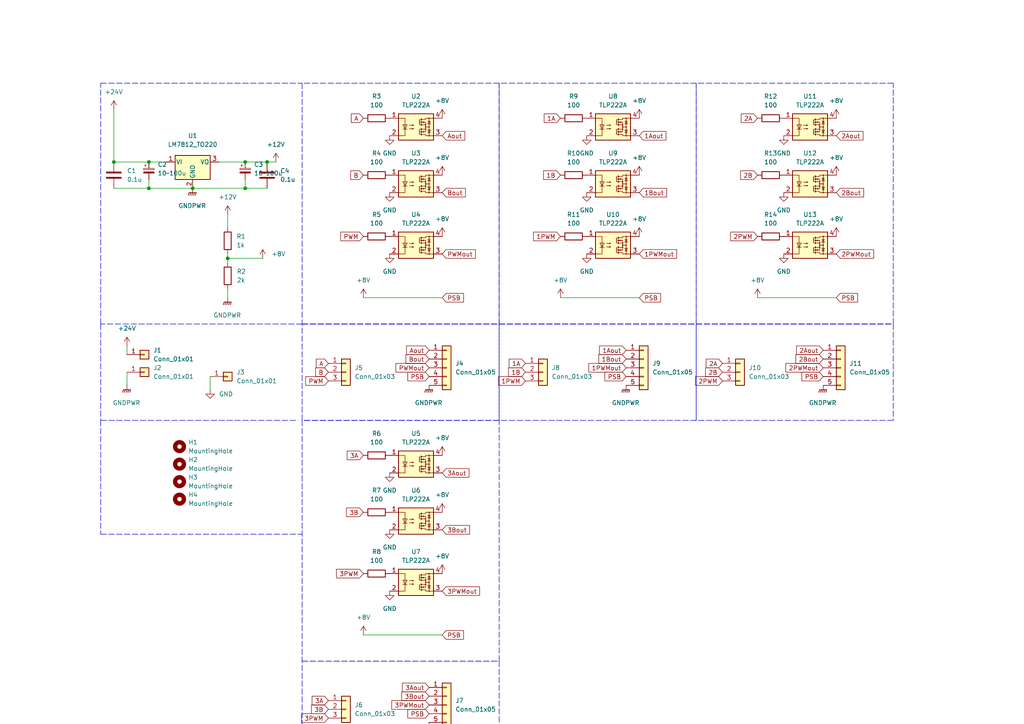
<source format=kicad_sch>
(kicad_sch (version 20211123) (generator eeschema)

  (uuid 290535ea-e9ac-4049-bf11-0dc2ff0336ee)

  (paper "A4")

  (lib_symbols
    (symbol "Connector_Generic:Conn_01x01" (pin_names (offset 1.016) hide) (in_bom yes) (on_board yes)
      (property "Reference" "J" (id 0) (at 0 2.54 0)
        (effects (font (size 1.27 1.27)))
      )
      (property "Value" "Conn_01x01" (id 1) (at 0 -2.54 0)
        (effects (font (size 1.27 1.27)))
      )
      (property "Footprint" "" (id 2) (at 0 0 0)
        (effects (font (size 1.27 1.27)) hide)
      )
      (property "Datasheet" "~" (id 3) (at 0 0 0)
        (effects (font (size 1.27 1.27)) hide)
      )
      (property "ki_keywords" "connector" (id 4) (at 0 0 0)
        (effects (font (size 1.27 1.27)) hide)
      )
      (property "ki_description" "Generic connector, single row, 01x01, script generated (kicad-library-utils/schlib/autogen/connector/)" (id 5) (at 0 0 0)
        (effects (font (size 1.27 1.27)) hide)
      )
      (property "ki_fp_filters" "Connector*:*_1x??_*" (id 6) (at 0 0 0)
        (effects (font (size 1.27 1.27)) hide)
      )
      (symbol "Conn_01x01_1_1"
        (rectangle (start -1.27 0.127) (end 0 -0.127)
          (stroke (width 0.1524) (type default) (color 0 0 0 0))
          (fill (type none))
        )
        (rectangle (start -1.27 1.27) (end 1.27 -1.27)
          (stroke (width 0.254) (type default) (color 0 0 0 0))
          (fill (type background))
        )
        (pin passive line (at -5.08 0 0) (length 3.81)
          (name "Pin_1" (effects (font (size 1.27 1.27))))
          (number "1" (effects (font (size 1.27 1.27))))
        )
      )
    )
    (symbol "Connector_Generic:Conn_01x03" (pin_names (offset 1.016) hide) (in_bom yes) (on_board yes)
      (property "Reference" "J" (id 0) (at 0 5.08 0)
        (effects (font (size 1.27 1.27)))
      )
      (property "Value" "Conn_01x03" (id 1) (at 0 -5.08 0)
        (effects (font (size 1.27 1.27)))
      )
      (property "Footprint" "" (id 2) (at 0 0 0)
        (effects (font (size 1.27 1.27)) hide)
      )
      (property "Datasheet" "~" (id 3) (at 0 0 0)
        (effects (font (size 1.27 1.27)) hide)
      )
      (property "ki_keywords" "connector" (id 4) (at 0 0 0)
        (effects (font (size 1.27 1.27)) hide)
      )
      (property "ki_description" "Generic connector, single row, 01x03, script generated (kicad-library-utils/schlib/autogen/connector/)" (id 5) (at 0 0 0)
        (effects (font (size 1.27 1.27)) hide)
      )
      (property "ki_fp_filters" "Connector*:*_1x??_*" (id 6) (at 0 0 0)
        (effects (font (size 1.27 1.27)) hide)
      )
      (symbol "Conn_01x03_1_1"
        (rectangle (start -1.27 -2.413) (end 0 -2.667)
          (stroke (width 0.1524) (type default) (color 0 0 0 0))
          (fill (type none))
        )
        (rectangle (start -1.27 0.127) (end 0 -0.127)
          (stroke (width 0.1524) (type default) (color 0 0 0 0))
          (fill (type none))
        )
        (rectangle (start -1.27 2.667) (end 0 2.413)
          (stroke (width 0.1524) (type default) (color 0 0 0 0))
          (fill (type none))
        )
        (rectangle (start -1.27 3.81) (end 1.27 -3.81)
          (stroke (width 0.254) (type default) (color 0 0 0 0))
          (fill (type background))
        )
        (pin passive line (at -5.08 2.54 0) (length 3.81)
          (name "Pin_1" (effects (font (size 1.27 1.27))))
          (number "1" (effects (font (size 1.27 1.27))))
        )
        (pin passive line (at -5.08 0 0) (length 3.81)
          (name "Pin_2" (effects (font (size 1.27 1.27))))
          (number "2" (effects (font (size 1.27 1.27))))
        )
        (pin passive line (at -5.08 -2.54 0) (length 3.81)
          (name "Pin_3" (effects (font (size 1.27 1.27))))
          (number "3" (effects (font (size 1.27 1.27))))
        )
      )
    )
    (symbol "Connector_Generic:Conn_01x05" (pin_names (offset 1.016) hide) (in_bom yes) (on_board yes)
      (property "Reference" "J" (id 0) (at 0 7.62 0)
        (effects (font (size 1.27 1.27)))
      )
      (property "Value" "Conn_01x05" (id 1) (at 0 -7.62 0)
        (effects (font (size 1.27 1.27)))
      )
      (property "Footprint" "" (id 2) (at 0 0 0)
        (effects (font (size 1.27 1.27)) hide)
      )
      (property "Datasheet" "~" (id 3) (at 0 0 0)
        (effects (font (size 1.27 1.27)) hide)
      )
      (property "ki_keywords" "connector" (id 4) (at 0 0 0)
        (effects (font (size 1.27 1.27)) hide)
      )
      (property "ki_description" "Generic connector, single row, 01x05, script generated (kicad-library-utils/schlib/autogen/connector/)" (id 5) (at 0 0 0)
        (effects (font (size 1.27 1.27)) hide)
      )
      (property "ki_fp_filters" "Connector*:*_1x??_*" (id 6) (at 0 0 0)
        (effects (font (size 1.27 1.27)) hide)
      )
      (symbol "Conn_01x05_1_1"
        (rectangle (start -1.27 -4.953) (end 0 -5.207)
          (stroke (width 0.1524) (type default) (color 0 0 0 0))
          (fill (type none))
        )
        (rectangle (start -1.27 -2.413) (end 0 -2.667)
          (stroke (width 0.1524) (type default) (color 0 0 0 0))
          (fill (type none))
        )
        (rectangle (start -1.27 0.127) (end 0 -0.127)
          (stroke (width 0.1524) (type default) (color 0 0 0 0))
          (fill (type none))
        )
        (rectangle (start -1.27 2.667) (end 0 2.413)
          (stroke (width 0.1524) (type default) (color 0 0 0 0))
          (fill (type none))
        )
        (rectangle (start -1.27 5.207) (end 0 4.953)
          (stroke (width 0.1524) (type default) (color 0 0 0 0))
          (fill (type none))
        )
        (rectangle (start -1.27 6.35) (end 1.27 -6.35)
          (stroke (width 0.254) (type default) (color 0 0 0 0))
          (fill (type background))
        )
        (pin passive line (at -5.08 5.08 0) (length 3.81)
          (name "Pin_1" (effects (font (size 1.27 1.27))))
          (number "1" (effects (font (size 1.27 1.27))))
        )
        (pin passive line (at -5.08 2.54 0) (length 3.81)
          (name "Pin_2" (effects (font (size 1.27 1.27))))
          (number "2" (effects (font (size 1.27 1.27))))
        )
        (pin passive line (at -5.08 0 0) (length 3.81)
          (name "Pin_3" (effects (font (size 1.27 1.27))))
          (number "3" (effects (font (size 1.27 1.27))))
        )
        (pin passive line (at -5.08 -2.54 0) (length 3.81)
          (name "Pin_4" (effects (font (size 1.27 1.27))))
          (number "4" (effects (font (size 1.27 1.27))))
        )
        (pin passive line (at -5.08 -5.08 0) (length 3.81)
          (name "Pin_5" (effects (font (size 1.27 1.27))))
          (number "5" (effects (font (size 1.27 1.27))))
        )
      )
    )
    (symbol "Device:C" (pin_numbers hide) (pin_names (offset 0.254)) (in_bom yes) (on_board yes)
      (property "Reference" "C" (id 0) (at 0.635 2.54 0)
        (effects (font (size 1.27 1.27)) (justify left))
      )
      (property "Value" "C" (id 1) (at 0.635 -2.54 0)
        (effects (font (size 1.27 1.27)) (justify left))
      )
      (property "Footprint" "" (id 2) (at 0.9652 -3.81 0)
        (effects (font (size 1.27 1.27)) hide)
      )
      (property "Datasheet" "~" (id 3) (at 0 0 0)
        (effects (font (size 1.27 1.27)) hide)
      )
      (property "ki_keywords" "cap capacitor" (id 4) (at 0 0 0)
        (effects (font (size 1.27 1.27)) hide)
      )
      (property "ki_description" "Unpolarized capacitor" (id 5) (at 0 0 0)
        (effects (font (size 1.27 1.27)) hide)
      )
      (property "ki_fp_filters" "C_*" (id 6) (at 0 0 0)
        (effects (font (size 1.27 1.27)) hide)
      )
      (symbol "C_0_1"
        (polyline
          (pts
            (xy -2.032 -0.762)
            (xy 2.032 -0.762)
          )
          (stroke (width 0.508) (type default) (color 0 0 0 0))
          (fill (type none))
        )
        (polyline
          (pts
            (xy -2.032 0.762)
            (xy 2.032 0.762)
          )
          (stroke (width 0.508) (type default) (color 0 0 0 0))
          (fill (type none))
        )
      )
      (symbol "C_1_1"
        (pin passive line (at 0 3.81 270) (length 2.794)
          (name "~" (effects (font (size 1.27 1.27))))
          (number "1" (effects (font (size 1.27 1.27))))
        )
        (pin passive line (at 0 -3.81 90) (length 2.794)
          (name "~" (effects (font (size 1.27 1.27))))
          (number "2" (effects (font (size 1.27 1.27))))
        )
      )
    )
    (symbol "Device:C_Polarized_Small" (pin_numbers hide) (pin_names (offset 0.254) hide) (in_bom yes) (on_board yes)
      (property "Reference" "C" (id 0) (at 0.254 1.778 0)
        (effects (font (size 1.27 1.27)) (justify left))
      )
      (property "Value" "C_Polarized_Small" (id 1) (at 0.254 -2.032 0)
        (effects (font (size 1.27 1.27)) (justify left))
      )
      (property "Footprint" "" (id 2) (at 0 0 0)
        (effects (font (size 1.27 1.27)) hide)
      )
      (property "Datasheet" "~" (id 3) (at 0 0 0)
        (effects (font (size 1.27 1.27)) hide)
      )
      (property "ki_keywords" "cap capacitor" (id 4) (at 0 0 0)
        (effects (font (size 1.27 1.27)) hide)
      )
      (property "ki_description" "Polarized capacitor, small symbol" (id 5) (at 0 0 0)
        (effects (font (size 1.27 1.27)) hide)
      )
      (property "ki_fp_filters" "CP_*" (id 6) (at 0 0 0)
        (effects (font (size 1.27 1.27)) hide)
      )
      (symbol "C_Polarized_Small_0_1"
        (rectangle (start -1.524 -0.3048) (end 1.524 -0.6858)
          (stroke (width 0) (type default) (color 0 0 0 0))
          (fill (type outline))
        )
        (rectangle (start -1.524 0.6858) (end 1.524 0.3048)
          (stroke (width 0) (type default) (color 0 0 0 0))
          (fill (type none))
        )
        (polyline
          (pts
            (xy -1.27 1.524)
            (xy -0.762 1.524)
          )
          (stroke (width 0) (type default) (color 0 0 0 0))
          (fill (type none))
        )
        (polyline
          (pts
            (xy -1.016 1.27)
            (xy -1.016 1.778)
          )
          (stroke (width 0) (type default) (color 0 0 0 0))
          (fill (type none))
        )
      )
      (symbol "C_Polarized_Small_1_1"
        (pin passive line (at 0 2.54 270) (length 1.8542)
          (name "~" (effects (font (size 1.27 1.27))))
          (number "1" (effects (font (size 1.27 1.27))))
        )
        (pin passive line (at 0 -2.54 90) (length 1.8542)
          (name "~" (effects (font (size 1.27 1.27))))
          (number "2" (effects (font (size 1.27 1.27))))
        )
      )
    )
    (symbol "Device:R" (pin_numbers hide) (pin_names (offset 0)) (in_bom yes) (on_board yes)
      (property "Reference" "R" (id 0) (at 2.032 0 90)
        (effects (font (size 1.27 1.27)))
      )
      (property "Value" "R" (id 1) (at 0 0 90)
        (effects (font (size 1.27 1.27)))
      )
      (property "Footprint" "" (id 2) (at -1.778 0 90)
        (effects (font (size 1.27 1.27)) hide)
      )
      (property "Datasheet" "~" (id 3) (at 0 0 0)
        (effects (font (size 1.27 1.27)) hide)
      )
      (property "ki_keywords" "R res resistor" (id 4) (at 0 0 0)
        (effects (font (size 1.27 1.27)) hide)
      )
      (property "ki_description" "Resistor" (id 5) (at 0 0 0)
        (effects (font (size 1.27 1.27)) hide)
      )
      (property "ki_fp_filters" "R_*" (id 6) (at 0 0 0)
        (effects (font (size 1.27 1.27)) hide)
      )
      (symbol "R_0_1"
        (rectangle (start -1.016 -2.54) (end 1.016 2.54)
          (stroke (width 0.254) (type default) (color 0 0 0 0))
          (fill (type none))
        )
      )
      (symbol "R_1_1"
        (pin passive line (at 0 3.81 270) (length 1.27)
          (name "~" (effects (font (size 1.27 1.27))))
          (number "1" (effects (font (size 1.27 1.27))))
        )
        (pin passive line (at 0 -3.81 90) (length 1.27)
          (name "~" (effects (font (size 1.27 1.27))))
          (number "2" (effects (font (size 1.27 1.27))))
        )
      )
    )
    (symbol "Mechanical:MountingHole" (pin_names (offset 1.016)) (in_bom yes) (on_board yes)
      (property "Reference" "H" (id 0) (at 0 5.08 0)
        (effects (font (size 1.27 1.27)))
      )
      (property "Value" "MountingHole" (id 1) (at 0 3.175 0)
        (effects (font (size 1.27 1.27)))
      )
      (property "Footprint" "" (id 2) (at 0 0 0)
        (effects (font (size 1.27 1.27)) hide)
      )
      (property "Datasheet" "~" (id 3) (at 0 0 0)
        (effects (font (size 1.27 1.27)) hide)
      )
      (property "ki_keywords" "mounting hole" (id 4) (at 0 0 0)
        (effects (font (size 1.27 1.27)) hide)
      )
      (property "ki_description" "Mounting Hole without connection" (id 5) (at 0 0 0)
        (effects (font (size 1.27 1.27)) hide)
      )
      (property "ki_fp_filters" "MountingHole*" (id 6) (at 0 0 0)
        (effects (font (size 1.27 1.27)) hide)
      )
      (symbol "MountingHole_0_1"
        (circle (center 0 0) (radius 1.27)
          (stroke (width 1.27) (type default) (color 0 0 0 0))
          (fill (type none))
        )
      )
    )
    (symbol "Regulator_Linear:LM7812_TO220" (pin_names (offset 0.254)) (in_bom yes) (on_board yes)
      (property "Reference" "U" (id 0) (at -3.81 3.175 0)
        (effects (font (size 1.27 1.27)))
      )
      (property "Value" "LM7812_TO220" (id 1) (at 0 3.175 0)
        (effects (font (size 1.27 1.27)) (justify left))
      )
      (property "Footprint" "Package_TO_SOT_THT:TO-220-3_Vertical" (id 2) (at 0 5.715 0)
        (effects (font (size 1.27 1.27) italic) hide)
      )
      (property "Datasheet" "https://www.onsemi.cn/PowerSolutions/document/MC7800-D.PDF" (id 3) (at 0 -1.27 0)
        (effects (font (size 1.27 1.27)) hide)
      )
      (property "ki_keywords" "Voltage Regulator 1A Positive" (id 4) (at 0 0 0)
        (effects (font (size 1.27 1.27)) hide)
      )
      (property "ki_description" "Positive 1A 35V Linear Regulator, Fixed Output 12V, TO-220" (id 5) (at 0 0 0)
        (effects (font (size 1.27 1.27)) hide)
      )
      (property "ki_fp_filters" "TO?220*" (id 6) (at 0 0 0)
        (effects (font (size 1.27 1.27)) hide)
      )
      (symbol "LM7812_TO220_0_1"
        (rectangle (start -5.08 1.905) (end 5.08 -5.08)
          (stroke (width 0.254) (type default) (color 0 0 0 0))
          (fill (type background))
        )
      )
      (symbol "LM7812_TO220_1_1"
        (pin power_in line (at -7.62 0 0) (length 2.54)
          (name "VI" (effects (font (size 1.27 1.27))))
          (number "1" (effects (font (size 1.27 1.27))))
        )
        (pin power_in line (at 0 -7.62 90) (length 2.54)
          (name "GND" (effects (font (size 1.27 1.27))))
          (number "2" (effects (font (size 1.27 1.27))))
        )
        (pin power_out line (at 7.62 0 180) (length 2.54)
          (name "VO" (effects (font (size 1.27 1.27))))
          (number "3" (effects (font (size 1.27 1.27))))
        )
      )
    )
    (symbol "Relay_SolidState:TLP222A" (in_bom yes) (on_board yes)
      (property "Reference" "U" (id 0) (at -5.08 5.08 0)
        (effects (font (size 1.27 1.27)) (justify left))
      )
      (property "Value" "TLP222A" (id 1) (at 0 5.08 0)
        (effects (font (size 1.27 1.27)) (justify left))
      )
      (property "Footprint" "Package_DIP:DIP-4_W7.62mm" (id 2) (at -5.08 -5.08 0)
        (effects (font (size 1.27 1.27) italic) (justify left) hide)
      )
      (property "Datasheet" "https://toshiba.semicon-storage.com/info/docget.jsp?did=17036&prodName=TLP222A" (id 3) (at 0 0 0)
        (effects (font (size 1.27 1.27)) (justify left) hide)
      )
      (property "ki_keywords" "MOSFET Output Photorelay 1-Form-A" (id 4) (at 0 0 0)
        (effects (font (size 1.27 1.27)) hide)
      )
      (property "ki_description" "MOSFET Photorelay 1-Form-A, Voff 60V, Ion 0,5A, DIP4" (id 5) (at 0 0 0)
        (effects (font (size 1.27 1.27)) hide)
      )
      (property "ki_fp_filters" "DIP*W7.62mm*" (id 6) (at 0 0 0)
        (effects (font (size 1.27 1.27)) hide)
      )
      (symbol "TLP222A_0_1"
        (rectangle (start -5.08 3.81) (end 5.08 -3.81)
          (stroke (width 0.254) (type default) (color 0 0 0 0))
          (fill (type background))
        )
        (polyline
          (pts
            (xy -3.81 -0.635)
            (xy -2.54 -0.635)
          )
          (stroke (width 0) (type default) (color 0 0 0 0))
          (fill (type none))
        )
        (polyline
          (pts
            (xy 1.016 -0.635)
            (xy 1.016 -2.159)
          )
          (stroke (width 0.2032) (type default) (color 0 0 0 0))
          (fill (type none))
        )
        (polyline
          (pts
            (xy 1.016 2.159)
            (xy 1.016 0.635)
          )
          (stroke (width 0.2032) (type default) (color 0 0 0 0))
          (fill (type none))
        )
        (polyline
          (pts
            (xy 1.524 -0.508)
            (xy 1.524 -0.762)
          )
          (stroke (width 0.3556) (type default) (color 0 0 0 0))
          (fill (type none))
        )
        (polyline
          (pts
            (xy 2.794 0)
            (xy 3.81 0)
          )
          (stroke (width 0) (type default) (color 0 0 0 0))
          (fill (type none))
        )
        (polyline
          (pts
            (xy 3.429 -1.651)
            (xy 4.191 -1.651)
          )
          (stroke (width 0) (type default) (color 0 0 0 0))
          (fill (type none))
        )
        (polyline
          (pts
            (xy 3.429 1.651)
            (xy 4.191 1.651)
          )
          (stroke (width 0) (type default) (color 0 0 0 0))
          (fill (type none))
        )
        (polyline
          (pts
            (xy 3.81 -2.54)
            (xy 3.81 2.54)
          )
          (stroke (width 0) (type default) (color 0 0 0 0))
          (fill (type none))
        )
        (polyline
          (pts
            (xy 1.524 -2.032)
            (xy 1.524 -2.286)
            (xy 1.524 -2.286)
          )
          (stroke (width 0.3556) (type default) (color 0 0 0 0))
          (fill (type none))
        )
        (polyline
          (pts
            (xy 1.524 -1.27)
            (xy 1.524 -1.524)
            (xy 1.524 -1.524)
          )
          (stroke (width 0.3556) (type default) (color 0 0 0 0))
          (fill (type none))
        )
        (polyline
          (pts
            (xy 1.524 0.762)
            (xy 1.524 0.508)
            (xy 1.524 0.508)
          )
          (stroke (width 0.3556) (type default) (color 0 0 0 0))
          (fill (type none))
        )
        (polyline
          (pts
            (xy 1.524 1.524)
            (xy 1.524 1.27)
            (xy 1.524 1.27)
          )
          (stroke (width 0.3556) (type default) (color 0 0 0 0))
          (fill (type none))
        )
        (polyline
          (pts
            (xy 1.524 2.286)
            (xy 1.524 2.032)
            (xy 1.524 2.032)
          )
          (stroke (width 0.3556) (type default) (color 0 0 0 0))
          (fill (type none))
        )
        (polyline
          (pts
            (xy 1.651 -1.397)
            (xy 2.794 -1.397)
            (xy 2.794 -0.635)
          )
          (stroke (width 0) (type default) (color 0 0 0 0))
          (fill (type none))
        )
        (polyline
          (pts
            (xy 1.651 1.397)
            (xy 2.794 1.397)
            (xy 2.794 0.635)
          )
          (stroke (width 0) (type default) (color 0 0 0 0))
          (fill (type none))
        )
        (polyline
          (pts
            (xy -5.08 2.54)
            (xy -3.175 2.54)
            (xy -3.175 -2.54)
            (xy -5.08 -2.54)
          )
          (stroke (width 0) (type default) (color 0 0 0 0))
          (fill (type none))
        )
        (polyline
          (pts
            (xy -3.175 -0.635)
            (xy -3.81 0.635)
            (xy -2.54 0.635)
            (xy -3.175 -0.635)
          )
          (stroke (width 0) (type default) (color 0 0 0 0))
          (fill (type none))
        )
        (polyline
          (pts
            (xy 1.651 -2.159)
            (xy 2.794 -2.159)
            (xy 2.794 -2.54)
            (xy 5.08 -2.54)
          )
          (stroke (width 0) (type default) (color 0 0 0 0))
          (fill (type none))
        )
        (polyline
          (pts
            (xy 1.651 -0.635)
            (xy 2.794 -0.635)
            (xy 2.794 0.635)
            (xy 1.651 0.635)
          )
          (stroke (width 0) (type default) (color 0 0 0 0))
          (fill (type none))
        )
        (polyline
          (pts
            (xy 1.651 2.159)
            (xy 2.794 2.159)
            (xy 2.794 2.54)
            (xy 5.08 2.54)
          )
          (stroke (width 0) (type default) (color 0 0 0 0))
          (fill (type none))
        )
        (polyline
          (pts
            (xy 1.778 -1.397)
            (xy 2.286 -1.27)
            (xy 2.286 -1.524)
            (xy 1.778 -1.397)
          )
          (stroke (width 0) (type default) (color 0 0 0 0))
          (fill (type none))
        )
        (polyline
          (pts
            (xy 1.778 1.397)
            (xy 2.286 1.524)
            (xy 2.286 1.27)
            (xy 1.778 1.397)
          )
          (stroke (width 0) (type default) (color 0 0 0 0))
          (fill (type none))
        )
        (polyline
          (pts
            (xy 3.81 -1.651)
            (xy 3.429 -0.889)
            (xy 4.191 -0.889)
            (xy 3.81 -1.651)
          )
          (stroke (width 0) (type default) (color 0 0 0 0))
          (fill (type none))
        )
        (polyline
          (pts
            (xy 3.81 1.651)
            (xy 3.429 0.889)
            (xy 4.191 0.889)
            (xy 3.81 1.651)
          )
          (stroke (width 0) (type default) (color 0 0 0 0))
          (fill (type none))
        )
        (polyline
          (pts
            (xy -1.905 -0.508)
            (xy -0.635 -0.508)
            (xy -1.016 -0.635)
            (xy -1.016 -0.381)
            (xy -0.635 -0.508)
          )
          (stroke (width 0) (type default) (color 0 0 0 0))
          (fill (type none))
        )
        (polyline
          (pts
            (xy -1.905 0.508)
            (xy -0.635 0.508)
            (xy -1.016 0.381)
            (xy -1.016 0.635)
            (xy -0.635 0.508)
          )
          (stroke (width 0) (type default) (color 0 0 0 0))
          (fill (type none))
        )
        (circle (center 2.794 -0.635) (radius 0.127)
          (stroke (width 0) (type default) (color 0 0 0 0))
          (fill (type none))
        )
        (circle (center 2.794 0) (radius 0.127)
          (stroke (width 0) (type default) (color 0 0 0 0))
          (fill (type none))
        )
        (circle (center 2.794 0.635) (radius 0.127)
          (stroke (width 0) (type default) (color 0 0 0 0))
          (fill (type none))
        )
        (circle (center 3.81 -2.54) (radius 0.127)
          (stroke (width 0) (type default) (color 0 0 0 0))
          (fill (type none))
        )
        (circle (center 3.81 0) (radius 0.127)
          (stroke (width 0) (type default) (color 0 0 0 0))
          (fill (type none))
        )
        (circle (center 3.81 2.54) (radius 0.127)
          (stroke (width 0) (type default) (color 0 0 0 0))
          (fill (type none))
        )
      )
      (symbol "TLP222A_1_1"
        (pin passive line (at -7.62 2.54 0) (length 2.54)
          (name "~" (effects (font (size 1.27 1.27))))
          (number "1" (effects (font (size 1.27 1.27))))
        )
        (pin passive line (at -7.62 -2.54 0) (length 2.54)
          (name "~" (effects (font (size 1.27 1.27))))
          (number "2" (effects (font (size 1.27 1.27))))
        )
        (pin passive line (at 7.62 -2.54 180) (length 2.54)
          (name "~" (effects (font (size 1.27 1.27))))
          (number "3" (effects (font (size 1.27 1.27))))
        )
        (pin passive line (at 7.62 2.54 180) (length 2.54)
          (name "~" (effects (font (size 1.27 1.27))))
          (number "4" (effects (font (size 1.27 1.27))))
        )
      )
    )
    (symbol "power:+12V" (power) (pin_names (offset 0)) (in_bom yes) (on_board yes)
      (property "Reference" "#PWR" (id 0) (at 0 -3.81 0)
        (effects (font (size 1.27 1.27)) hide)
      )
      (property "Value" "+12V" (id 1) (at 0 3.556 0)
        (effects (font (size 1.27 1.27)))
      )
      (property "Footprint" "" (id 2) (at 0 0 0)
        (effects (font (size 1.27 1.27)) hide)
      )
      (property "Datasheet" "" (id 3) (at 0 0 0)
        (effects (font (size 1.27 1.27)) hide)
      )
      (property "ki_keywords" "power-flag" (id 4) (at 0 0 0)
        (effects (font (size 1.27 1.27)) hide)
      )
      (property "ki_description" "Power symbol creates a global label with name \"+12V\"" (id 5) (at 0 0 0)
        (effects (font (size 1.27 1.27)) hide)
      )
      (symbol "+12V_0_1"
        (polyline
          (pts
            (xy -0.762 1.27)
            (xy 0 2.54)
          )
          (stroke (width 0) (type default) (color 0 0 0 0))
          (fill (type none))
        )
        (polyline
          (pts
            (xy 0 0)
            (xy 0 2.54)
          )
          (stroke (width 0) (type default) (color 0 0 0 0))
          (fill (type none))
        )
        (polyline
          (pts
            (xy 0 2.54)
            (xy 0.762 1.27)
          )
          (stroke (width 0) (type default) (color 0 0 0 0))
          (fill (type none))
        )
      )
      (symbol "+12V_1_1"
        (pin power_in line (at 0 0 90) (length 0) hide
          (name "+12V" (effects (font (size 1.27 1.27))))
          (number "1" (effects (font (size 1.27 1.27))))
        )
      )
    )
    (symbol "power:+24V" (power) (pin_names (offset 0)) (in_bom yes) (on_board yes)
      (property "Reference" "#PWR" (id 0) (at 0 -3.81 0)
        (effects (font (size 1.27 1.27)) hide)
      )
      (property "Value" "+24V" (id 1) (at 0 3.556 0)
        (effects (font (size 1.27 1.27)))
      )
      (property "Footprint" "" (id 2) (at 0 0 0)
        (effects (font (size 1.27 1.27)) hide)
      )
      (property "Datasheet" "" (id 3) (at 0 0 0)
        (effects (font (size 1.27 1.27)) hide)
      )
      (property "ki_keywords" "power-flag" (id 4) (at 0 0 0)
        (effects (font (size 1.27 1.27)) hide)
      )
      (property "ki_description" "Power symbol creates a global label with name \"+24V\"" (id 5) (at 0 0 0)
        (effects (font (size 1.27 1.27)) hide)
      )
      (symbol "+24V_0_1"
        (polyline
          (pts
            (xy -0.762 1.27)
            (xy 0 2.54)
          )
          (stroke (width 0) (type default) (color 0 0 0 0))
          (fill (type none))
        )
        (polyline
          (pts
            (xy 0 0)
            (xy 0 2.54)
          )
          (stroke (width 0) (type default) (color 0 0 0 0))
          (fill (type none))
        )
        (polyline
          (pts
            (xy 0 2.54)
            (xy 0.762 1.27)
          )
          (stroke (width 0) (type default) (color 0 0 0 0))
          (fill (type none))
        )
      )
      (symbol "+24V_1_1"
        (pin power_in line (at 0 0 90) (length 0) hide
          (name "+24V" (effects (font (size 1.27 1.27))))
          (number "1" (effects (font (size 1.27 1.27))))
        )
      )
    )
    (symbol "power:+8V" (power) (pin_names (offset 0)) (in_bom yes) (on_board yes)
      (property "Reference" "#PWR" (id 0) (at 0 -3.81 0)
        (effects (font (size 1.27 1.27)) hide)
      )
      (property "Value" "+8V" (id 1) (at 0 3.556 0)
        (effects (font (size 1.27 1.27)))
      )
      (property "Footprint" "" (id 2) (at 0 0 0)
        (effects (font (size 1.27 1.27)) hide)
      )
      (property "Datasheet" "" (id 3) (at 0 0 0)
        (effects (font (size 1.27 1.27)) hide)
      )
      (property "ki_keywords" "power-flag" (id 4) (at 0 0 0)
        (effects (font (size 1.27 1.27)) hide)
      )
      (property "ki_description" "Power symbol creates a global label with name \"+8V\"" (id 5) (at 0 0 0)
        (effects (font (size 1.27 1.27)) hide)
      )
      (symbol "+8V_0_1"
        (polyline
          (pts
            (xy -0.762 1.27)
            (xy 0 2.54)
          )
          (stroke (width 0) (type default) (color 0 0 0 0))
          (fill (type none))
        )
        (polyline
          (pts
            (xy 0 0)
            (xy 0 2.54)
          )
          (stroke (width 0) (type default) (color 0 0 0 0))
          (fill (type none))
        )
        (polyline
          (pts
            (xy 0 2.54)
            (xy 0.762 1.27)
          )
          (stroke (width 0) (type default) (color 0 0 0 0))
          (fill (type none))
        )
      )
      (symbol "+8V_1_1"
        (pin power_in line (at 0 0 90) (length 0) hide
          (name "+8V" (effects (font (size 1.27 1.27))))
          (number "1" (effects (font (size 1.27 1.27))))
        )
      )
    )
    (symbol "power:GND" (power) (pin_names (offset 0)) (in_bom yes) (on_board yes)
      (property "Reference" "#PWR" (id 0) (at 0 -6.35 0)
        (effects (font (size 1.27 1.27)) hide)
      )
      (property "Value" "GND" (id 1) (at 0 -3.81 0)
        (effects (font (size 1.27 1.27)))
      )
      (property "Footprint" "" (id 2) (at 0 0 0)
        (effects (font (size 1.27 1.27)) hide)
      )
      (property "Datasheet" "" (id 3) (at 0 0 0)
        (effects (font (size 1.27 1.27)) hide)
      )
      (property "ki_keywords" "power-flag" (id 4) (at 0 0 0)
        (effects (font (size 1.27 1.27)) hide)
      )
      (property "ki_description" "Power symbol creates a global label with name \"GND\" , ground" (id 5) (at 0 0 0)
        (effects (font (size 1.27 1.27)) hide)
      )
      (symbol "GND_0_1"
        (polyline
          (pts
            (xy 0 0)
            (xy 0 -1.27)
            (xy 1.27 -1.27)
            (xy 0 -2.54)
            (xy -1.27 -1.27)
            (xy 0 -1.27)
          )
          (stroke (width 0) (type default) (color 0 0 0 0))
          (fill (type none))
        )
      )
      (symbol "GND_1_1"
        (pin power_in line (at 0 0 270) (length 0) hide
          (name "GND" (effects (font (size 1.27 1.27))))
          (number "1" (effects (font (size 1.27 1.27))))
        )
      )
    )
    (symbol "power:GNDPWR" (power) (pin_names (offset 0)) (in_bom yes) (on_board yes)
      (property "Reference" "#PWR" (id 0) (at 0 -5.08 0)
        (effects (font (size 1.27 1.27)) hide)
      )
      (property "Value" "GNDPWR" (id 1) (at 0 -3.302 0)
        (effects (font (size 1.27 1.27)))
      )
      (property "Footprint" "" (id 2) (at 0 -1.27 0)
        (effects (font (size 1.27 1.27)) hide)
      )
      (property "Datasheet" "" (id 3) (at 0 -1.27 0)
        (effects (font (size 1.27 1.27)) hide)
      )
      (property "ki_keywords" "power-flag" (id 4) (at 0 0 0)
        (effects (font (size 1.27 1.27)) hide)
      )
      (property "ki_description" "Power symbol creates a global label with name \"GNDPWR\" , power ground" (id 5) (at 0 0 0)
        (effects (font (size 1.27 1.27)) hide)
      )
      (symbol "GNDPWR_0_1"
        (polyline
          (pts
            (xy 0 -1.27)
            (xy 0 0)
          )
          (stroke (width 0) (type default) (color 0 0 0 0))
          (fill (type none))
        )
        (polyline
          (pts
            (xy -1.016 -1.27)
            (xy -1.27 -2.032)
            (xy -1.27 -2.032)
          )
          (stroke (width 0.2032) (type default) (color 0 0 0 0))
          (fill (type none))
        )
        (polyline
          (pts
            (xy -0.508 -1.27)
            (xy -0.762 -2.032)
            (xy -0.762 -2.032)
          )
          (stroke (width 0.2032) (type default) (color 0 0 0 0))
          (fill (type none))
        )
        (polyline
          (pts
            (xy 0 -1.27)
            (xy -0.254 -2.032)
            (xy -0.254 -2.032)
          )
          (stroke (width 0.2032) (type default) (color 0 0 0 0))
          (fill (type none))
        )
        (polyline
          (pts
            (xy 0.508 -1.27)
            (xy 0.254 -2.032)
            (xy 0.254 -2.032)
          )
          (stroke (width 0.2032) (type default) (color 0 0 0 0))
          (fill (type none))
        )
        (polyline
          (pts
            (xy 1.016 -1.27)
            (xy -1.016 -1.27)
            (xy -1.016 -1.27)
          )
          (stroke (width 0.2032) (type default) (color 0 0 0 0))
          (fill (type none))
        )
        (polyline
          (pts
            (xy 1.016 -1.27)
            (xy 0.762 -2.032)
            (xy 0.762 -2.032)
            (xy 0.762 -2.032)
          )
          (stroke (width 0.2032) (type default) (color 0 0 0 0))
          (fill (type none))
        )
      )
      (symbol "GNDPWR_1_1"
        (pin power_in line (at 0 0 270) (length 0) hide
          (name "GNDPWR" (effects (font (size 1.27 1.27))))
          (number "1" (effects (font (size 1.27 1.27))))
        )
      )
    )
  )

  (junction (at 66.04 74.93) (diameter 0) (color 0 0 0 0)
    (uuid 0113e7d0-c73c-45e5-93c0-5a765873b9cd)
  )
  (junction (at 33.02 46.99) (diameter 0) (color 0 0 0 0)
    (uuid 15f6a399-94c6-49f2-9562-c7485e3a3b1f)
  )
  (junction (at 43.18 54.61) (diameter 0) (color 0 0 0 0)
    (uuid 55def86d-baae-49e2-8cac-68b81599c195)
  )
  (junction (at 71.12 54.61) (diameter 0) (color 0 0 0 0)
    (uuid 64ba4022-d1e2-4a01-b6db-cf73657a05e0)
  )
  (junction (at 77.47 46.99) (diameter 0) (color 0 0 0 0)
    (uuid 65c2bd27-938e-4796-b724-31a53cd30ee2)
  )
  (junction (at 55.88 54.61) (diameter 0) (color 0 0 0 0)
    (uuid 714c944a-2168-420e-99ee-af92ca017c4e)
  )
  (junction (at 43.18 46.99) (diameter 0) (color 0 0 0 0)
    (uuid ac57baea-b475-4c81-9c11-29bfb09a6641)
  )
  (junction (at 71.12 46.99) (diameter 0) (color 0 0 0 0)
    (uuid e13504b8-4a69-49ae-8645-32a1ed4ca94a)
  )

  (polyline (pts (xy 144.78 191.77) (xy 144.78 121.92))
    (stroke (width 0) (type default) (color 0 0 0 0))
    (uuid 01391235-a6ef-475d-bf74-ddf107bf9764)
  )

  (wire (pts (xy 66.04 62.23) (xy 66.04 66.04))
    (stroke (width 0) (type default) (color 0 0 0 0))
    (uuid 048404d4-21bb-4086-9c71-a1db27fcd215)
  )
  (wire (pts (xy 71.12 46.99) (xy 77.47 46.99))
    (stroke (width 0) (type default) (color 0 0 0 0))
    (uuid 0ba57d8f-ecb5-47aa-8d51-ae8588539cbf)
  )
  (polyline (pts (xy 29.21 93.98) (xy 29.21 121.92))
    (stroke (width 0) (type default) (color 0 0 0 0))
    (uuid 0bae06a3-e275-4170-814f-ab693690920f)
  )

  (wire (pts (xy 36.83 100.33) (xy 36.83 102.87))
    (stroke (width 0) (type default) (color 0 0 0 0))
    (uuid 10de1996-44a6-4539-8c96-0104a44a552e)
  )
  (wire (pts (xy 76.2 74.93) (xy 66.04 74.93))
    (stroke (width 0) (type default) (color 0 0 0 0))
    (uuid 142faea8-a13d-4da9-87fd-77d46548df81)
  )
  (polyline (pts (xy 144.78 93.98) (xy 144.78 121.92))
    (stroke (width 0) (type default) (color 0 0 0 0))
    (uuid 154b4d5d-6bce-41f7-9023-7d6aeee88488)
  )
  (polyline (pts (xy 201.93 93.98) (xy 259.08 93.98))
    (stroke (width 0) (type default) (color 0 0 0 0))
    (uuid 1f70876f-4765-4c59-8e17-050ca68a1770)
  )
  (polyline (pts (xy 87.63 121.92) (xy 87.63 191.77))
    (stroke (width 0) (type default) (color 0 0 0 0))
    (uuid 2fa3f291-5c17-4cbb-802f-b59e356e3327)
  )
  (polyline (pts (xy 201.93 93.98) (xy 259.08 93.98))
    (stroke (width 0) (type default) (color 0 0 0 0))
    (uuid 306701ee-e3b2-4d0f-ae4c-dc6663d7878a)
  )
  (polyline (pts (xy 87.63 121.92) (xy 87.63 93.98))
    (stroke (width 0) (type default) (color 0 0 0 0))
    (uuid 32fab13d-ec7b-417c-a6a5-ca4a71cd6d71)
  )
  (polyline (pts (xy 29.21 93.98) (xy 29.21 24.13))
    (stroke (width 0) (type default) (color 0 0 0 0))
    (uuid 3324bf06-8a5a-4268-83c7-3f2482a0bc1f)
  )
  (polyline (pts (xy 259.08 24.13) (xy 201.93 24.13))
    (stroke (width 0) (type default) (color 0 0 0 0))
    (uuid 3383af71-74a1-478c-8b05-be5cad8f6091)
  )
  (polyline (pts (xy 29.21 24.13) (xy 87.63 24.13))
    (stroke (width 0) (type default) (color 0 0 0 0))
    (uuid 3388bcb4-c50c-402f-844e-4cb9b9ec67de)
  )
  (polyline (pts (xy 144.78 121.92) (xy 87.63 121.92))
    (stroke (width 0) (type default) (color 0 0 0 0))
    (uuid 338965ac-08e2-4e9c-812b-643e599188b4)
  )

  (wire (pts (xy 33.02 54.61) (xy 43.18 54.61))
    (stroke (width 0) (type default) (color 0 0 0 0))
    (uuid 39917d33-55bf-4619-8f4b-c485c5094f04)
  )
  (wire (pts (xy 128.27 184.15) (xy 105.41 184.15))
    (stroke (width 0) (type default) (color 0 0 0 0))
    (uuid 3deb7d5e-5cb1-4e93-a08d-6825e37fc4f7)
  )
  (polyline (pts (xy 87.63 191.77) (xy 144.78 191.77))
    (stroke (width 0) (type default) (color 0 0 0 0))
    (uuid 4110cd37-400e-438b-ae3b-2b723a23ef82)
  )
  (polyline (pts (xy 201.93 121.92) (xy 144.78 121.92))
    (stroke (width 0) (type default) (color 0 0 0 0))
    (uuid 487451e1-ed04-4375-84d4-d2d7ab3ad858)
  )
  (polyline (pts (xy 87.63 191.77) (xy 144.78 191.77))
    (stroke (width 0) (type default) (color 0 0 0 0))
    (uuid 4a1d8c2a-8fec-49d7-bce6-34c46a516e2f)
  )
  (polyline (pts (xy 144.78 121.92) (xy 87.63 121.92))
    (stroke (width 0) (type default) (color 0 0 0 0))
    (uuid 4ff3f496-eb0f-4cb3-857f-be15c7be3129)
  )

  (wire (pts (xy 60.96 113.03) (xy 60.96 109.22))
    (stroke (width 0) (type default) (color 0 0 0 0))
    (uuid 51f248ee-8398-4e06-944d-a3935daca1b2)
  )
  (wire (pts (xy 33.02 31.75) (xy 33.02 46.99))
    (stroke (width 0) (type default) (color 0 0 0 0))
    (uuid 52c4fcd6-02be-4db1-93e3-7c3e7db3e86a)
  )
  (polyline (pts (xy 29.21 121.92) (xy 29.21 154.94))
    (stroke (width 0) (type default) (color 0 0 0 0))
    (uuid 52d758d2-e036-4e61-b183-57a4f6c94e9c)
  )
  (polyline (pts (xy 144.78 93.98) (xy 144.78 24.13))
    (stroke (width 0) (type default) (color 0 0 0 0))
    (uuid 5efca881-2e36-4a1d-af85-7dc62b53711b)
  )
  (polyline (pts (xy 201.93 24.13) (xy 144.78 24.13))
    (stroke (width 0) (type default) (color 0 0 0 0))
    (uuid 64279776-9eee-4a25-8bd1-fd141b2ed016)
  )

  (wire (pts (xy 242.57 86.36) (xy 219.71 86.36))
    (stroke (width 0) (type default) (color 0 0 0 0))
    (uuid 68b9feac-fb2c-47a2-bc56-c9dc728e3ec9)
  )
  (polyline (pts (xy 201.93 93.98) (xy 201.93 121.92))
    (stroke (width 0) (type default) (color 0 0 0 0))
    (uuid 6924e6db-6c4c-4306-907b-357307a3736c)
  )
  (polyline (pts (xy 201.93 121.92) (xy 201.93 93.98))
    (stroke (width 0) (type default) (color 0 0 0 0))
    (uuid 6a0b63b8-26d7-4e1f-a0e6-a5c8aeef07ba)
  )

  (wire (pts (xy 43.18 52.07) (xy 43.18 54.61))
    (stroke (width 0) (type default) (color 0 0 0 0))
    (uuid 73977495-5119-411a-b9fd-7c2d436e0de9)
  )
  (polyline (pts (xy 29.21 154.94) (xy 87.63 154.94))
    (stroke (width 0) (type default) (color 0 0 0 0))
    (uuid 76289873-a613-4f43-b5b1-610eb99e3139)
  )

  (wire (pts (xy 63.5 46.99) (xy 71.12 46.99))
    (stroke (width 0) (type default) (color 0 0 0 0))
    (uuid 7a265c12-c218-4602-bcab-4d76d0bdde99)
  )
  (wire (pts (xy 128.27 86.36) (xy 105.41 86.36))
    (stroke (width 0) (type default) (color 0 0 0 0))
    (uuid 7c66d568-9d63-446b-9d66-36ace35112ba)
  )
  (polyline (pts (xy 144.78 219.71) (xy 87.63 219.71))
    (stroke (width 0) (type default) (color 0 0 0 0))
    (uuid 7c7eef6f-7389-4c64-8a55-82bbe34f1e84)
  )
  (polyline (pts (xy 144.78 191.77) (xy 144.78 219.71))
    (stroke (width 0) (type default) (color 0 0 0 0))
    (uuid 8c38325b-7284-4000-985b-cdc0bf664731)
  )

  (wire (pts (xy 55.88 54.61) (xy 71.12 54.61))
    (stroke (width 0) (type default) (color 0 0 0 0))
    (uuid 8cb0af0f-5e8e-4107-b4d5-fe22320c4fd1)
  )
  (wire (pts (xy 33.02 46.99) (xy 43.18 46.99))
    (stroke (width 0) (type default) (color 0 0 0 0))
    (uuid 98abc29f-e424-401f-b9c8-dbb833b083b9)
  )
  (wire (pts (xy 185.42 86.36) (xy 162.56 86.36))
    (stroke (width 0) (type default) (color 0 0 0 0))
    (uuid 98ae4578-3c9e-4a55-b10d-23de9b03db98)
  )
  (polyline (pts (xy 144.78 121.92) (xy 144.78 93.98))
    (stroke (width 0) (type default) (color 0 0 0 0))
    (uuid 9ff184a9-77af-4d02-9203-52096eebd169)
  )
  (polyline (pts (xy 259.08 93.98) (xy 259.08 24.13))
    (stroke (width 0) (type default) (color 0 0 0 0))
    (uuid a9d80538-e396-4052-a7f6-4fe35667ff9b)
  )

  (wire (pts (xy 36.83 111.76) (xy 36.83 107.95))
    (stroke (width 0) (type default) (color 0 0 0 0))
    (uuid acfbc797-89ba-4e4c-aed4-20a360d35bd0)
  )
  (polyline (pts (xy 201.93 93.98) (xy 201.93 24.13))
    (stroke (width 0) (type default) (color 0 0 0 0))
    (uuid b776ecbd-2383-4cf6-a66a-357bd813788b)
  )

  (wire (pts (xy 66.04 73.66) (xy 66.04 74.93))
    (stroke (width 0) (type default) (color 0 0 0 0))
    (uuid b7cdc272-9c6b-47aa-bc82-dccfd80b3934)
  )
  (wire (pts (xy 43.18 54.61) (xy 55.88 54.61))
    (stroke (width 0) (type default) (color 0 0 0 0))
    (uuid b7ef4d58-1cc7-4a0f-9c85-2196b39b8987)
  )
  (polyline (pts (xy 259.08 93.98) (xy 259.08 121.92))
    (stroke (width 0) (type default) (color 0 0 0 0))
    (uuid bb34b6e0-6afa-49ca-a394-fbf16fa79ec6)
  )
  (polyline (pts (xy 87.63 219.71) (xy 87.63 191.77))
    (stroke (width 0) (type default) (color 0 0 0 0))
    (uuid bb34ef90-aa99-43d0-a17c-5a469d6998d5)
  )
  (polyline (pts (xy 87.63 93.98) (xy 144.78 93.98))
    (stroke (width 0) (type default) (color 0 0 0 0))
    (uuid bcd2ab66-0dbc-4521-9cd7-7ac872a624ed)
  )
  (polyline (pts (xy 87.63 93.98) (xy 29.21 93.98))
    (stroke (width 0) (type default) (color 0 0 0 0))
    (uuid c4087fee-790f-4d7b-81f5-e242334c9f61)
  )

  (wire (pts (xy 43.18 46.99) (xy 48.26 46.99))
    (stroke (width 0) (type default) (color 0 0 0 0))
    (uuid c8374275-a614-448b-b664-9628cff248ed)
  )
  (polyline (pts (xy 144.78 24.13) (xy 87.63 24.13))
    (stroke (width 0) (type default) (color 0 0 0 0))
    (uuid cfcbea9e-17ac-452a-aa41-b08f3dd5bcd2)
  )

  (wire (pts (xy 66.04 74.93) (xy 66.04 76.2))
    (stroke (width 0) (type default) (color 0 0 0 0))
    (uuid d0933bb4-5374-47b9-846d-036bf6f3db34)
  )
  (polyline (pts (xy 29.21 121.92) (xy 86.36 121.92))
    (stroke (width 0) (type default) (color 0 0 0 0))
    (uuid d1aece32-a747-4f17-8a15-9d27f22e64a3)
  )
  (polyline (pts (xy 87.63 93.98) (xy 144.78 93.98))
    (stroke (width 0) (type default) (color 0 0 0 0))
    (uuid d2b0d410-3f7c-4738-b88c-289ff784cba2)
  )
  (polyline (pts (xy 201.93 24.13) (xy 201.93 93.98))
    (stroke (width 0) (type default) (color 0 0 0 0))
    (uuid d34b848a-c5c7-46e2-b032-0254e0bd6624)
  )
  (polyline (pts (xy 144.78 93.98) (xy 201.93 93.98))
    (stroke (width 0) (type default) (color 0 0 0 0))
    (uuid d5175397-7d10-45f4-9bdd-8bbc819c026e)
  )

  (wire (pts (xy 66.04 83.82) (xy 66.04 86.36))
    (stroke (width 0) (type default) (color 0 0 0 0))
    (uuid d6253324-8552-40dd-a645-c2c5c39e567d)
  )
  (polyline (pts (xy 144.78 93.98) (xy 201.93 93.98))
    (stroke (width 0) (type default) (color 0 0 0 0))
    (uuid d7717fa1-c1d7-452a-a643-d53f20b8a806)
  )

  (wire (pts (xy 71.12 52.07) (xy 71.12 54.61))
    (stroke (width 0) (type default) (color 0 0 0 0))
    (uuid de6d402f-9fe2-4fbd-b68b-2bae171e2423)
  )
  (polyline (pts (xy 87.63 24.13) (xy 87.63 93.98))
    (stroke (width 0) (type default) (color 0 0 0 0))
    (uuid dfad01c1-769d-44e0-bfae-ed50476fc947)
  )

  (wire (pts (xy 77.47 46.99) (xy 80.01 46.99))
    (stroke (width 0) (type default) (color 0 0 0 0))
    (uuid eed0575e-58d4-4310-b8b1-5f71120ad252)
  )
  (wire (pts (xy 71.12 54.61) (xy 77.47 54.61))
    (stroke (width 0) (type default) (color 0 0 0 0))
    (uuid f42d75ea-bf92-4a82-a037-8cf5bafab884)
  )
  (polyline (pts (xy 259.08 121.92) (xy 201.93 121.92))
    (stroke (width 0) (type default) (color 0 0 0 0))
    (uuid f8f01e86-538d-4f3b-970f-72e052e138b3)
  )
  (polyline (pts (xy 144.78 24.13) (xy 144.78 93.98))
    (stroke (width 0) (type default) (color 0 0 0 0))
    (uuid fb471bc2-b878-4c59-9564-a678c0eed7e1)
  )

  (global_label "PSB" (shape input) (at 128.27 86.36 0) (fields_autoplaced)
    (effects (font (size 1.27 1.27)) (justify left))
    (uuid 012e42da-7feb-4935-90a5-08003ce2494e)
    (property "シート間のリファレンス" "${INTERSHEET_REFS}" (id 0) (at 134.4326 86.2806 0)
      (effects (font (size 1.27 1.27)) (justify left) hide)
    )
  )
  (global_label "2A" (shape input) (at 209.55 105.41 180) (fields_autoplaced)
    (effects (font (size 1.27 1.27)) (justify right))
    (uuid 043c342b-24c1-43a5-aa73-f5f98efd4ccb)
    (property "シート間のリファレンス" "${INTERSHEET_REFS}" (id 0) (at 204.8388 105.3306 0)
      (effects (font (size 1.27 1.27)) (justify right) hide)
    )
  )
  (global_label "3A" (shape input) (at 105.41 132.08 180) (fields_autoplaced)
    (effects (font (size 1.27 1.27)) (justify right))
    (uuid 0bf56b2f-16c0-42fa-9b43-b768c12c586e)
    (property "シート間のリファレンス" "${INTERSHEET_REFS}" (id 0) (at 100.6988 132.0006 0)
      (effects (font (size 1.27 1.27)) (justify right) hide)
    )
  )
  (global_label "3Aout" (shape input) (at 128.27 137.16 0) (fields_autoplaced)
    (effects (font (size 1.27 1.27)) (justify left))
    (uuid 0ee0816e-d55c-43db-96bd-03765e1224a1)
    (property "シート間のリファレンス" "${INTERSHEET_REFS}" (id 0) (at 136.005 137.0806 0)
      (effects (font (size 1.27 1.27)) (justify left) hide)
    )
  )
  (global_label "PSB" (shape input) (at 185.42 86.36 0) (fields_autoplaced)
    (effects (font (size 1.27 1.27)) (justify left))
    (uuid 0f1d856b-07de-44ee-8e05-aa9b6f3a103e)
    (property "シート間のリファレンス" "${INTERSHEET_REFS}" (id 0) (at 191.5826 86.2806 0)
      (effects (font (size 1.27 1.27)) (justify left) hide)
    )
  )
  (global_label "3PWM" (shape input) (at 95.25 208.28 180) (fields_autoplaced)
    (effects (font (size 1.27 1.27)) (justify right))
    (uuid 11a8a90c-bcec-4187-9839-ce674d45ce69)
    (property "シート間のリファレンス" "${INTERSHEET_REFS}" (id 0) (at 87.4545 208.2006 0)
      (effects (font (size 1.27 1.27)) (justify right) hide)
    )
  )
  (global_label "1PWMout" (shape input) (at 185.42 73.66 0) (fields_autoplaced)
    (effects (font (size 1.27 1.27)) (justify left))
    (uuid 12c4a1e7-9c78-4b83-ad2f-2eaea6819f69)
    (property "シート間のリファレンス" "${INTERSHEET_REFS}" (id 0) (at 196.2393 73.5806 0)
      (effects (font (size 1.27 1.27)) (justify left) hide)
    )
  )
  (global_label "1PWM" (shape input) (at 162.56 68.58 180) (fields_autoplaced)
    (effects (font (size 1.27 1.27)) (justify right))
    (uuid 1bab91d6-b598-4e94-bbef-a7521717cddb)
    (property "シート間のリファレンス" "${INTERSHEET_REFS}" (id 0) (at 154.7645 68.5006 0)
      (effects (font (size 1.27 1.27)) (justify right) hide)
    )
  )
  (global_label "PSB" (shape input) (at 128.27 184.15 0) (fields_autoplaced)
    (effects (font (size 1.27 1.27)) (justify left))
    (uuid 1f0bd527-dc63-401f-904c-86ab190e5b77)
    (property "シート間のリファレンス" "${INTERSHEET_REFS}" (id 0) (at 134.4326 184.0706 0)
      (effects (font (size 1.27 1.27)) (justify left) hide)
    )
  )
  (global_label "2B" (shape input) (at 209.55 107.95 180) (fields_autoplaced)
    (effects (font (size 1.27 1.27)) (justify right))
    (uuid 242cb03b-c6f4-402e-bd99-e6cfc4043aa5)
    (property "シート間のリファレンス" "${INTERSHEET_REFS}" (id 0) (at 204.6574 107.8706 0)
      (effects (font (size 1.27 1.27)) (justify right) hide)
    )
  )
  (global_label "A" (shape input) (at 95.25 105.41 180) (fields_autoplaced)
    (effects (font (size 1.27 1.27)) (justify right))
    (uuid 26371a99-02a6-447d-907d-7882e2ce54bd)
    (property "シート間のリファレンス" "${INTERSHEET_REFS}" (id 0) (at 91.7483 105.3306 0)
      (effects (font (size 1.27 1.27)) (justify right) hide)
    )
  )
  (global_label "1Aout" (shape input) (at 185.42 39.37 0) (fields_autoplaced)
    (effects (font (size 1.27 1.27)) (justify left))
    (uuid 2b2ba348-367e-4263-b088-1647983a72ff)
    (property "シート間のリファレンス" "${INTERSHEET_REFS}" (id 0) (at 193.155 39.2906 0)
      (effects (font (size 1.27 1.27)) (justify left) hide)
    )
  )
  (global_label "PSB" (shape input) (at 242.57 86.36 0) (fields_autoplaced)
    (effects (font (size 1.27 1.27)) (justify left))
    (uuid 3000a859-1de9-4301-af73-f321ce802a3c)
    (property "シート間のリファレンス" "${INTERSHEET_REFS}" (id 0) (at 248.7326 86.2806 0)
      (effects (font (size 1.27 1.27)) (justify left) hide)
    )
  )
  (global_label "PSB" (shape input) (at 238.76 109.22 180) (fields_autoplaced)
    (effects (font (size 1.27 1.27)) (justify right))
    (uuid 323b3463-3630-42d3-bda0-798d76d6d672)
    (property "Intersheet References" "${INTERSHEET_REFS}" (id 0) (at 232.5974 109.1406 0)
      (effects (font (size 1.27 1.27)) (justify right) hide)
    )
  )
  (global_label "Bout" (shape input) (at 124.46 104.14 180) (fields_autoplaced)
    (effects (font (size 1.27 1.27)) (justify right))
    (uuid 453a9a83-146c-4226-9c80-bf56b43ee875)
    (property "Intersheet References" "${INTERSHEET_REFS}" (id 0) (at 117.7531 104.2194 0)
      (effects (font (size 1.27 1.27)) (justify right) hide)
    )
  )
  (global_label "PWMout" (shape input) (at 128.27 73.66 0) (fields_autoplaced)
    (effects (font (size 1.27 1.27)) (justify left))
    (uuid 4c93cae8-3804-4249-ad7a-84a1e7cee5e9)
    (property "シート間のリファレンス" "${INTERSHEET_REFS}" (id 0) (at 137.8798 73.5806 0)
      (effects (font (size 1.27 1.27)) (justify left) hide)
    )
  )
  (global_label "2Bout" (shape input) (at 242.57 55.88 0) (fields_autoplaced)
    (effects (font (size 1.27 1.27)) (justify left))
    (uuid 4ce7381b-eb3d-4292-9589-0e377cd3c4e7)
    (property "シート間のリファレンス" "${INTERSHEET_REFS}" (id 0) (at 250.4864 55.8006 0)
      (effects (font (size 1.27 1.27)) (justify left) hide)
    )
  )
  (global_label "PWM" (shape input) (at 105.41 68.58 180) (fields_autoplaced)
    (effects (font (size 1.27 1.27)) (justify right))
    (uuid 540f631d-fad8-45b3-b241-45cb3052d896)
    (property "シート間のリファレンス" "${INTERSHEET_REFS}" (id 0) (at 98.824 68.5006 0)
      (effects (font (size 1.27 1.27)) (justify right) hide)
    )
  )
  (global_label "3A" (shape input) (at 95.25 203.2 180) (fields_autoplaced)
    (effects (font (size 1.27 1.27)) (justify right))
    (uuid 599ebd66-47ef-46c6-b88b-6daee69e7404)
    (property "シート間のリファレンス" "${INTERSHEET_REFS}" (id 0) (at 90.5388 203.1206 0)
      (effects (font (size 1.27 1.27)) (justify right) hide)
    )
  )
  (global_label "3PWMout" (shape input) (at 124.46 204.47 180) (fields_autoplaced)
    (effects (font (size 1.27 1.27)) (justify right))
    (uuid 59a1a259-f318-475a-acc5-511d0420e4f0)
    (property "Intersheet References" "${INTERSHEET_REFS}" (id 0) (at 113.6407 204.3906 0)
      (effects (font (size 1.27 1.27)) (justify right) hide)
    )
  )
  (global_label "Aout" (shape input) (at 128.27 39.37 0) (fields_autoplaced)
    (effects (font (size 1.27 1.27)) (justify left))
    (uuid 5fa37af9-0728-4327-8b3c-fc92ead1f4cd)
    (property "シート間のリファレンス" "${INTERSHEET_REFS}" (id 0) (at 134.7955 39.2906 0)
      (effects (font (size 1.27 1.27)) (justify left) hide)
    )
  )
  (global_label "PSB" (shape input) (at 124.46 109.22 180) (fields_autoplaced)
    (effects (font (size 1.27 1.27)) (justify right))
    (uuid 61c359d6-c4cc-4c9c-a2e6-8f62da3ea48f)
    (property "Intersheet References" "${INTERSHEET_REFS}" (id 0) (at 118.2974 109.2994 0)
      (effects (font (size 1.27 1.27)) (justify right) hide)
    )
  )
  (global_label "Aout" (shape input) (at 124.46 101.6 180) (fields_autoplaced)
    (effects (font (size 1.27 1.27)) (justify right))
    (uuid 634e198a-b70d-469a-b1fd-a48695675640)
    (property "Intersheet References" "${INTERSHEET_REFS}" (id 0) (at 117.9345 101.6794 0)
      (effects (font (size 1.27 1.27)) (justify right) hide)
    )
  )
  (global_label "1PWMout" (shape input) (at 181.61 106.68 180) (fields_autoplaced)
    (effects (font (size 1.27 1.27)) (justify right))
    (uuid 63656013-ad42-480e-a3ee-756aefe5c353)
    (property "Intersheet References" "${INTERSHEET_REFS}" (id 0) (at 170.7907 106.6006 0)
      (effects (font (size 1.27 1.27)) (justify right) hide)
    )
  )
  (global_label "3PWM" (shape input) (at 105.41 166.37 180) (fields_autoplaced)
    (effects (font (size 1.27 1.27)) (justify right))
    (uuid 6829cc94-70d3-434e-8cc3-245abc879d81)
    (property "シート間のリファレンス" "${INTERSHEET_REFS}" (id 0) (at 97.6145 166.2906 0)
      (effects (font (size 1.27 1.27)) (justify right) hide)
    )
  )
  (global_label "2Aout" (shape input) (at 238.76 101.6 180) (fields_autoplaced)
    (effects (font (size 1.27 1.27)) (justify right))
    (uuid 72465824-0b5f-4594-ab1c-563b1ca11211)
    (property "Intersheet References" "${INTERSHEET_REFS}" (id 0) (at 231.025 101.5206 0)
      (effects (font (size 1.27 1.27)) (justify right) hide)
    )
  )
  (global_label "PWM" (shape input) (at 95.25 110.49 180) (fields_autoplaced)
    (effects (font (size 1.27 1.27)) (justify right))
    (uuid 74d2db49-2098-4c4a-8a83-839255c057d3)
    (property "シート間のリファレンス" "${INTERSHEET_REFS}" (id 0) (at 88.664 110.4106 0)
      (effects (font (size 1.27 1.27)) (justify right) hide)
    )
  )
  (global_label "2Bout" (shape input) (at 238.76 104.14 180) (fields_autoplaced)
    (effects (font (size 1.27 1.27)) (justify right))
    (uuid 77850408-24f6-4569-81b8-076281b6aa62)
    (property "Intersheet References" "${INTERSHEET_REFS}" (id 0) (at 230.8436 104.0606 0)
      (effects (font (size 1.27 1.27)) (justify right) hide)
    )
  )
  (global_label "2PWM" (shape input) (at 209.55 110.49 180) (fields_autoplaced)
    (effects (font (size 1.27 1.27)) (justify right))
    (uuid 79bce276-af74-43f4-8142-9d06d6025874)
    (property "シート間のリファレンス" "${INTERSHEET_REFS}" (id 0) (at 201.7545 110.4106 0)
      (effects (font (size 1.27 1.27)) (justify right) hide)
    )
  )
  (global_label "A" (shape input) (at 105.41 34.29 180) (fields_autoplaced)
    (effects (font (size 1.27 1.27)) (justify right))
    (uuid 7bac32d7-d099-4ca5-b773-c659b2a8dedb)
    (property "シート間のリファレンス" "${INTERSHEET_REFS}" (id 0) (at 101.9083 34.2106 0)
      (effects (font (size 1.27 1.27)) (justify right) hide)
    )
  )
  (global_label "3B" (shape input) (at 105.41 148.59 180) (fields_autoplaced)
    (effects (font (size 1.27 1.27)) (justify right))
    (uuid 7cfe6f36-8393-4a77-86d2-0d72020e422a)
    (property "シート間のリファレンス" "${INTERSHEET_REFS}" (id 0) (at 100.5174 148.5106 0)
      (effects (font (size 1.27 1.27)) (justify right) hide)
    )
  )
  (global_label "2Aout" (shape input) (at 242.57 39.37 0) (fields_autoplaced)
    (effects (font (size 1.27 1.27)) (justify left))
    (uuid 8540d1fd-4a4e-4ee3-afa6-6ccc76ff10e7)
    (property "シート間のリファレンス" "${INTERSHEET_REFS}" (id 0) (at 250.305 39.2906 0)
      (effects (font (size 1.27 1.27)) (justify left) hide)
    )
  )
  (global_label "1Bout" (shape input) (at 181.61 104.14 180) (fields_autoplaced)
    (effects (font (size 1.27 1.27)) (justify right))
    (uuid 87c9d7eb-efbe-4422-9147-1dcc7137153e)
    (property "Intersheet References" "${INTERSHEET_REFS}" (id 0) (at 173.6936 104.0606 0)
      (effects (font (size 1.27 1.27)) (justify right) hide)
    )
  )
  (global_label "1A" (shape input) (at 162.56 34.29 180) (fields_autoplaced)
    (effects (font (size 1.27 1.27)) (justify right))
    (uuid 8a0df2dd-1963-45db-8e64-2420e0cc66ae)
    (property "シート間のリファレンス" "${INTERSHEET_REFS}" (id 0) (at 157.8488 34.2106 0)
      (effects (font (size 1.27 1.27)) (justify right) hide)
    )
  )
  (global_label "2A" (shape input) (at 219.71 34.29 180) (fields_autoplaced)
    (effects (font (size 1.27 1.27)) (justify right))
    (uuid 8aa09e56-af6f-4c1a-8bb1-f49cf729c59b)
    (property "シート間のリファレンス" "${INTERSHEET_REFS}" (id 0) (at 214.9988 34.2106 0)
      (effects (font (size 1.27 1.27)) (justify right) hide)
    )
  )
  (global_label "PSB" (shape input) (at 181.61 109.22 180) (fields_autoplaced)
    (effects (font (size 1.27 1.27)) (justify right))
    (uuid 8ac4e388-6148-4102-8868-4703e3e6c4a1)
    (property "Intersheet References" "${INTERSHEET_REFS}" (id 0) (at 175.4474 109.1406 0)
      (effects (font (size 1.27 1.27)) (justify right) hide)
    )
  )
  (global_label "3PWMout" (shape input) (at 128.27 171.45 0) (fields_autoplaced)
    (effects (font (size 1.27 1.27)) (justify left))
    (uuid 8b30a122-77df-43d2-8830-bf094624c834)
    (property "シート間のリファレンス" "${INTERSHEET_REFS}" (id 0) (at 139.0893 171.3706 0)
      (effects (font (size 1.27 1.27)) (justify left) hide)
    )
  )
  (global_label "B" (shape input) (at 105.41 50.8 180) (fields_autoplaced)
    (effects (font (size 1.27 1.27)) (justify right))
    (uuid 99a68b94-9fca-437f-84d5-cf4c13ec04f7)
    (property "シート間のリファレンス" "${INTERSHEET_REFS}" (id 0) (at 101.7269 50.7206 0)
      (effects (font (size 1.27 1.27)) (justify right) hide)
    )
  )
  (global_label "1PWM" (shape input) (at 152.4 110.49 180) (fields_autoplaced)
    (effects (font (size 1.27 1.27)) (justify right))
    (uuid 9ffb4d32-ecdf-4cd2-8f90-cc1ab012f2be)
    (property "シート間のリファレンス" "${INTERSHEET_REFS}" (id 0) (at 144.6045 110.4106 0)
      (effects (font (size 1.27 1.27)) (justify right) hide)
    )
  )
  (global_label "PWMout" (shape input) (at 124.46 106.68 180) (fields_autoplaced)
    (effects (font (size 1.27 1.27)) (justify right))
    (uuid a0981996-06c0-40e7-9735-fb2e04bd0c53)
    (property "Intersheet References" "${INTERSHEET_REFS}" (id 0) (at 114.8502 106.7594 0)
      (effects (font (size 1.27 1.27)) (justify right) hide)
    )
  )
  (global_label "B" (shape input) (at 95.25 107.95 180) (fields_autoplaced)
    (effects (font (size 1.27 1.27)) (justify right))
    (uuid a4d96dd7-2c2f-44a1-a079-0fdd9670c04b)
    (property "シート間のリファレンス" "${INTERSHEET_REFS}" (id 0) (at 91.5669 107.8706 0)
      (effects (font (size 1.27 1.27)) (justify right) hide)
    )
  )
  (global_label "2B" (shape input) (at 219.71 50.8 180) (fields_autoplaced)
    (effects (font (size 1.27 1.27)) (justify right))
    (uuid b1bbbf44-86f0-40dc-aa50-7a1be7aa880d)
    (property "シート間のリファレンス" "${INTERSHEET_REFS}" (id 0) (at 214.8174 50.7206 0)
      (effects (font (size 1.27 1.27)) (justify right) hide)
    )
  )
  (global_label "Bout" (shape input) (at 128.27 55.88 0) (fields_autoplaced)
    (effects (font (size 1.27 1.27)) (justify left))
    (uuid c23da493-79ae-4c58-925c-346ebcfef595)
    (property "シート間のリファレンス" "${INTERSHEET_REFS}" (id 0) (at 134.9769 55.8006 0)
      (effects (font (size 1.27 1.27)) (justify left) hide)
    )
  )
  (global_label "2PWM" (shape input) (at 219.71 68.58 180) (fields_autoplaced)
    (effects (font (size 1.27 1.27)) (justify right))
    (uuid c680be2e-e88c-490e-bab9-01cd835ea4f8)
    (property "シート間のリファレンス" "${INTERSHEET_REFS}" (id 0) (at 211.9145 68.5006 0)
      (effects (font (size 1.27 1.27)) (justify right) hide)
    )
  )
  (global_label "3Bout" (shape input) (at 124.46 201.93 180) (fields_autoplaced)
    (effects (font (size 1.27 1.27)) (justify right))
    (uuid c77112d3-071c-4c61-86a9-c655939113da)
    (property "Intersheet References" "${INTERSHEET_REFS}" (id 0) (at 116.5436 201.8506 0)
      (effects (font (size 1.27 1.27)) (justify right) hide)
    )
  )
  (global_label "1Bout" (shape input) (at 185.42 55.88 0) (fields_autoplaced)
    (effects (font (size 1.27 1.27)) (justify left))
    (uuid ce41684a-03ef-4243-8780-b9cc86197e17)
    (property "シート間のリファレンス" "${INTERSHEET_REFS}" (id 0) (at 193.3364 55.8006 0)
      (effects (font (size 1.27 1.27)) (justify left) hide)
    )
  )
  (global_label "PSB" (shape input) (at 124.46 207.01 180) (fields_autoplaced)
    (effects (font (size 1.27 1.27)) (justify right))
    (uuid cef8c666-32f0-47ab-a0c0-7a73ac17c32c)
    (property "Intersheet References" "${INTERSHEET_REFS}" (id 0) (at 118.2974 206.9306 0)
      (effects (font (size 1.27 1.27)) (justify right) hide)
    )
  )
  (global_label "3B" (shape input) (at 95.25 205.74 180) (fields_autoplaced)
    (effects (font (size 1.27 1.27)) (justify right))
    (uuid cf54128d-4c44-4a28-b921-dec6c646eb2e)
    (property "シート間のリファレンス" "${INTERSHEET_REFS}" (id 0) (at 90.3574 205.6606 0)
      (effects (font (size 1.27 1.27)) (justify right) hide)
    )
  )
  (global_label "1B" (shape input) (at 162.56 50.8 180) (fields_autoplaced)
    (effects (font (size 1.27 1.27)) (justify right))
    (uuid d1396b9e-134c-40bc-b6ec-aa2c9a21d959)
    (property "シート間のリファレンス" "${INTERSHEET_REFS}" (id 0) (at 157.6674 50.7206 0)
      (effects (font (size 1.27 1.27)) (justify right) hide)
    )
  )
  (global_label "1B" (shape input) (at 152.4 107.95 180) (fields_autoplaced)
    (effects (font (size 1.27 1.27)) (justify right))
    (uuid d38d6f0e-b943-40c0-909a-01ccc6cfe874)
    (property "シート間のリファレンス" "${INTERSHEET_REFS}" (id 0) (at 147.5074 107.8706 0)
      (effects (font (size 1.27 1.27)) (justify right) hide)
    )
  )
  (global_label "2PWMout" (shape input) (at 238.76 106.68 180) (fields_autoplaced)
    (effects (font (size 1.27 1.27)) (justify right))
    (uuid d8ee909b-efa4-4f77-bce6-9fd1b4c31c92)
    (property "Intersheet References" "${INTERSHEET_REFS}" (id 0) (at 227.9407 106.6006 0)
      (effects (font (size 1.27 1.27)) (justify right) hide)
    )
  )
  (global_label "3Bout" (shape input) (at 128.27 153.67 0) (fields_autoplaced)
    (effects (font (size 1.27 1.27)) (justify left))
    (uuid d921854f-a129-4480-b281-a951da810e2c)
    (property "シート間のリファレンス" "${INTERSHEET_REFS}" (id 0) (at 136.1864 153.5906 0)
      (effects (font (size 1.27 1.27)) (justify left) hide)
    )
  )
  (global_label "3Aout" (shape input) (at 124.46 199.39 180) (fields_autoplaced)
    (effects (font (size 1.27 1.27)) (justify right))
    (uuid e6b627cf-fc38-4190-a154-67fb876c0d06)
    (property "Intersheet References" "${INTERSHEET_REFS}" (id 0) (at 116.725 199.3106 0)
      (effects (font (size 1.27 1.27)) (justify right) hide)
    )
  )
  (global_label "1A" (shape input) (at 152.4 105.41 180) (fields_autoplaced)
    (effects (font (size 1.27 1.27)) (justify right))
    (uuid e907943a-9784-42ef-a18e-a6240e6e959c)
    (property "シート間のリファレンス" "${INTERSHEET_REFS}" (id 0) (at 147.6888 105.3306 0)
      (effects (font (size 1.27 1.27)) (justify right) hide)
    )
  )
  (global_label "2PWMout" (shape input) (at 242.57 73.66 0) (fields_autoplaced)
    (effects (font (size 1.27 1.27)) (justify left))
    (uuid ebb0a3ac-92db-4362-a9e4-fcd8a1221cb8)
    (property "シート間のリファレンス" "${INTERSHEET_REFS}" (id 0) (at 253.3893 73.5806 0)
      (effects (font (size 1.27 1.27)) (justify left) hide)
    )
  )
  (global_label "1Aout" (shape input) (at 181.61 101.6 180) (fields_autoplaced)
    (effects (font (size 1.27 1.27)) (justify right))
    (uuid fe00d844-ac00-4294-93e2-204100c580c8)
    (property "Intersheet References" "${INTERSHEET_REFS}" (id 0) (at 173.875 101.5206 0)
      (effects (font (size 1.27 1.27)) (justify right) hide)
    )
  )

  (symbol (lib_id "Device:R") (at 109.22 148.59 90) (unit 1)
    (in_bom yes) (on_board yes) (fields_autoplaced)
    (uuid 01de072f-b7e0-4fd9-bf53-f6a306f9be05)
    (property "Reference" "R7" (id 0) (at 109.22 142.24 90))
    (property "Value" "100" (id 1) (at 109.22 144.78 90))
    (property "Footprint" "Resistor_THT:R_Axial_DIN0207_L6.3mm_D2.5mm_P10.16mm_Horizontal" (id 2) (at 109.22 150.368 90)
      (effects (font (size 1.27 1.27)) hide)
    )
    (property "Datasheet" "~" (id 3) (at 109.22 148.59 0)
      (effects (font (size 1.27 1.27)) hide)
    )
    (pin "1" (uuid 5bac0912-2034-4d38-bdc7-5da09ab140f7))
    (pin "2" (uuid f57266a9-8fdd-4f60-993d-4b9ed8b180c9))
  )

  (symbol (lib_id "power:GND") (at 60.96 113.03 0) (unit 1)
    (in_bom yes) (on_board yes) (fields_autoplaced)
    (uuid 02d76b31-4fb0-489a-b154-c85651f10b9d)
    (property "Reference" "#PWR0109" (id 0) (at 60.96 119.38 0)
      (effects (font (size 1.27 1.27)) hide)
    )
    (property "Value" "GND" (id 1) (at 63.5 114.2999 0)
      (effects (font (size 1.27 1.27)) (justify left))
    )
    (property "Footprint" "" (id 2) (at 60.96 113.03 0)
      (effects (font (size 1.27 1.27)) hide)
    )
    (property "Datasheet" "" (id 3) (at 60.96 113.03 0)
      (effects (font (size 1.27 1.27)) hide)
    )
    (pin "1" (uuid 80b58644-c22d-4018-88e0-4a1b9c4af748))
  )

  (symbol (lib_id "power:GND") (at 113.03 55.88 0) (unit 1)
    (in_bom yes) (on_board yes) (fields_autoplaced)
    (uuid 03bca2ab-a9e6-4a18-933a-9996f2b7a91a)
    (property "Reference" "#PWR0110" (id 0) (at 113.03 62.23 0)
      (effects (font (size 1.27 1.27)) hide)
    )
    (property "Value" "GND" (id 1) (at 113.03 60.96 0))
    (property "Footprint" "" (id 2) (at 113.03 55.88 0)
      (effects (font (size 1.27 1.27)) hide)
    )
    (property "Datasheet" "" (id 3) (at 113.03 55.88 0)
      (effects (font (size 1.27 1.27)) hide)
    )
    (pin "1" (uuid 418a898e-1dc6-4580-a9ad-ca540cb75385))
  )

  (symbol (lib_id "Connector_Generic:Conn_01x01") (at 41.91 107.95 0) (unit 1)
    (in_bom yes) (on_board yes) (fields_autoplaced)
    (uuid 051b4962-acf9-4543-a678-5c8361723736)
    (property "Reference" "J2" (id 0) (at 44.45 106.6799 0)
      (effects (font (size 1.27 1.27)) (justify left))
    )
    (property "Value" "Conn_01x01" (id 1) (at 44.45 109.2199 0)
      (effects (font (size 1.27 1.27)) (justify left))
    )
    (property "Footprint" "" (id 2) (at 41.91 107.95 0)
      (effects (font (size 1.27 1.27)) hide)
    )
    (property "Datasheet" "~" (id 3) (at 41.91 107.95 0)
      (effects (font (size 1.27 1.27)) hide)
    )
    (pin "1" (uuid fe14d367-e047-4b1e-a0bf-8b89ed989155))
  )

  (symbol (lib_id "power:+8V") (at 242.57 34.29 0) (unit 1)
    (in_bom yes) (on_board yes) (fields_autoplaced)
    (uuid 07750d4f-b386-44e0-b93d-99b384d012b7)
    (property "Reference" "#PWR0133" (id 0) (at 242.57 38.1 0)
      (effects (font (size 1.27 1.27)) hide)
    )
    (property "Value" "+8V" (id 1) (at 242.57 29.21 0))
    (property "Footprint" "" (id 2) (at 242.57 34.29 0)
      (effects (font (size 1.27 1.27)) hide)
    )
    (property "Datasheet" "" (id 3) (at 242.57 34.29 0)
      (effects (font (size 1.27 1.27)) hide)
    )
    (pin "1" (uuid 43ee8892-dc2d-4f67-8382-522f717278a0))
  )

  (symbol (lib_id "Connector_Generic:Conn_01x03") (at 100.33 107.95 0) (unit 1)
    (in_bom yes) (on_board yes) (fields_autoplaced)
    (uuid 0a487e57-660e-48e5-b71f-b59830eff77c)
    (property "Reference" "J5" (id 0) (at 102.87 106.6799 0)
      (effects (font (size 1.27 1.27)) (justify left))
    )
    (property "Value" "Conn_01x03" (id 1) (at 102.87 109.2199 0)
      (effects (font (size 1.27 1.27)) (justify left))
    )
    (property "Footprint" "Connector_PinSocket_2.54mm:PinSocket_1x03_P2.54mm_Vertical" (id 2) (at 100.33 107.95 0)
      (effects (font (size 1.27 1.27)) hide)
    )
    (property "Datasheet" "~" (id 3) (at 100.33 107.95 0)
      (effects (font (size 1.27 1.27)) hide)
    )
    (pin "1" (uuid 2d5ffe5f-868c-482c-b710-de2f5f73136a))
    (pin "2" (uuid 18f79240-03b7-4f0c-9db3-db8c00fb1c20))
    (pin "3" (uuid 76b597b0-c448-4350-9208-3291f5458cc1))
  )

  (symbol (lib_id "Device:R") (at 166.37 50.8 90) (unit 1)
    (in_bom yes) (on_board yes) (fields_autoplaced)
    (uuid 10e86dd8-5919-4195-9a97-1e4bd55e0776)
    (property "Reference" "R10" (id 0) (at 166.37 44.45 90))
    (property "Value" "100" (id 1) (at 166.37 46.99 90))
    (property "Footprint" "Resistor_THT:R_Axial_DIN0207_L6.3mm_D2.5mm_P10.16mm_Horizontal" (id 2) (at 166.37 52.578 90)
      (effects (font (size 1.27 1.27)) hide)
    )
    (property "Datasheet" "~" (id 3) (at 166.37 50.8 0)
      (effects (font (size 1.27 1.27)) hide)
    )
    (pin "1" (uuid d3439552-3296-429b-9806-811923829176))
    (pin "2" (uuid 9e7eea1f-f191-4d7a-b894-e75afec0df08))
  )

  (symbol (lib_id "power:+8V") (at 128.27 148.59 0) (unit 1)
    (in_bom yes) (on_board yes) (fields_autoplaced)
    (uuid 11ed56a2-e130-4688-bc47-aeab6f9e3de9)
    (property "Reference" "#PWR0118" (id 0) (at 128.27 152.4 0)
      (effects (font (size 1.27 1.27)) hide)
    )
    (property "Value" "+8V" (id 1) (at 128.27 143.51 0))
    (property "Footprint" "" (id 2) (at 128.27 148.59 0)
      (effects (font (size 1.27 1.27)) hide)
    )
    (property "Datasheet" "" (id 3) (at 128.27 148.59 0)
      (effects (font (size 1.27 1.27)) hide)
    )
    (pin "1" (uuid 4b44dd80-462f-433a-b37a-2e360fdd8546))
  )

  (symbol (lib_id "Device:R") (at 223.52 34.29 90) (unit 1)
    (in_bom yes) (on_board yes) (fields_autoplaced)
    (uuid 15f9c5e1-5d90-4ea6-a043-a8bba823f79b)
    (property "Reference" "R12" (id 0) (at 223.52 27.94 90))
    (property "Value" "100" (id 1) (at 223.52 30.48 90))
    (property "Footprint" "Resistor_THT:R_Axial_DIN0207_L6.3mm_D2.5mm_P10.16mm_Horizontal" (id 2) (at 223.52 36.068 90)
      (effects (font (size 1.27 1.27)) hide)
    )
    (property "Datasheet" "~" (id 3) (at 223.52 34.29 0)
      (effects (font (size 1.27 1.27)) hide)
    )
    (pin "1" (uuid be92b616-ab74-44d4-af57-9aa43970ea86))
    (pin "2" (uuid b43c3143-79cf-4804-9a53-5b546ee85996))
  )

  (symbol (lib_id "Device:R") (at 109.22 166.37 90) (unit 1)
    (in_bom yes) (on_board yes) (fields_autoplaced)
    (uuid 19c02c7b-0c75-4f44-aa02-bde67c4b862f)
    (property "Reference" "R8" (id 0) (at 109.22 160.02 90))
    (property "Value" "100" (id 1) (at 109.22 162.56 90))
    (property "Footprint" "Resistor_THT:R_Axial_DIN0207_L6.3mm_D2.5mm_P10.16mm_Horizontal" (id 2) (at 109.22 168.148 90)
      (effects (font (size 1.27 1.27)) hide)
    )
    (property "Datasheet" "~" (id 3) (at 109.22 166.37 0)
      (effects (font (size 1.27 1.27)) hide)
    )
    (pin "1" (uuid ba89a5e8-04cd-474c-b1c3-995f133b2181))
    (pin "2" (uuid 9eb4e5c9-b124-45a0-ba63-f4a040825e16))
  )

  (symbol (lib_id "power:GNDPWR") (at 181.61 111.76 0) (unit 1)
    (in_bom yes) (on_board yes) (fields_autoplaced)
    (uuid 1abea9c0-dbce-4744-aba9-4fede8536496)
    (property "Reference" "#PWR0127" (id 0) (at 181.61 116.84 0)
      (effects (font (size 1.27 1.27)) hide)
    )
    (property "Value" "GNDPWR" (id 1) (at 181.483 116.84 0))
    (property "Footprint" "" (id 2) (at 181.61 113.03 0)
      (effects (font (size 1.27 1.27)) hide)
    )
    (property "Datasheet" "" (id 3) (at 181.61 113.03 0)
      (effects (font (size 1.27 1.27)) hide)
    )
    (pin "1" (uuid 50d89901-91e6-4d93-b081-694c6f0c0408))
  )

  (symbol (lib_id "Connector_Generic:Conn_01x01") (at 41.91 102.87 0) (unit 1)
    (in_bom yes) (on_board yes) (fields_autoplaced)
    (uuid 1d7934b4-cbf3-4f7a-ac31-b13821e9b3c1)
    (property "Reference" "J1" (id 0) (at 44.45 101.5999 0)
      (effects (font (size 1.27 1.27)) (justify left))
    )
    (property "Value" "Conn_01x01" (id 1) (at 44.45 104.1399 0)
      (effects (font (size 1.27 1.27)) (justify left))
    )
    (property "Footprint" "" (id 2) (at 41.91 102.87 0)
      (effects (font (size 1.27 1.27)) hide)
    )
    (property "Datasheet" "~" (id 3) (at 41.91 102.87 0)
      (effects (font (size 1.27 1.27)) hide)
    )
    (pin "1" (uuid 9e4de37d-c1df-427d-9f7a-ec2011d7ae01))
  )

  (symbol (lib_id "power:GNDPWR") (at 36.83 111.76 0) (unit 1)
    (in_bom yes) (on_board yes) (fields_autoplaced)
    (uuid 1e39d4d6-045a-4d66-baf6-438a4d019212)
    (property "Reference" "#PWR0103" (id 0) (at 36.83 116.84 0)
      (effects (font (size 1.27 1.27)) hide)
    )
    (property "Value" "GNDPWR" (id 1) (at 36.703 116.84 0))
    (property "Footprint" "" (id 2) (at 36.83 113.03 0)
      (effects (font (size 1.27 1.27)) hide)
    )
    (property "Datasheet" "" (id 3) (at 36.83 113.03 0)
      (effects (font (size 1.27 1.27)) hide)
    )
    (pin "1" (uuid 5af26597-5e93-4969-83b4-8d54b7291ce2))
  )

  (symbol (lib_id "Device:R") (at 109.22 68.58 90) (unit 1)
    (in_bom yes) (on_board yes) (fields_autoplaced)
    (uuid 201df29d-1038-4c43-8ca7-27a6aff80782)
    (property "Reference" "R5" (id 0) (at 109.22 62.23 90))
    (property "Value" "100" (id 1) (at 109.22 64.77 90))
    (property "Footprint" "Resistor_THT:R_Axial_DIN0207_L6.3mm_D2.5mm_P10.16mm_Horizontal" (id 2) (at 109.22 70.358 90)
      (effects (font (size 1.27 1.27)) hide)
    )
    (property "Datasheet" "~" (id 3) (at 109.22 68.58 0)
      (effects (font (size 1.27 1.27)) hide)
    )
    (pin "1" (uuid 8685c985-8683-4ba2-86d4-2e0eadd7483b))
    (pin "2" (uuid 30286f5a-ed59-4173-b0fd-c65ff254676a))
  )

  (symbol (lib_id "Relay_SolidState:TLP222A") (at 177.8 53.34 0) (unit 1)
    (in_bom yes) (on_board yes) (fields_autoplaced)
    (uuid 21cedec7-c0a5-4d64-b7ba-56e47d9806ad)
    (property "Reference" "U9" (id 0) (at 177.8 44.45 0))
    (property "Value" "TLP222A" (id 1) (at 177.8 46.99 0))
    (property "Footprint" "Package_DIP:DIP-4_W7.62mm" (id 2) (at 172.72 58.42 0)
      (effects (font (size 1.27 1.27) italic) (justify left) hide)
    )
    (property "Datasheet" "https://toshiba.semicon-storage.com/info/docget.jsp?did=17036&prodName=TLP222A" (id 3) (at 177.8 53.34 0)
      (effects (font (size 1.27 1.27)) (justify left) hide)
    )
    (pin "1" (uuid ab875b9b-10d5-4ef1-b989-3b8d5beb5191))
    (pin "2" (uuid a88a2141-b5db-4d10-84ce-d375a042561b))
    (pin "3" (uuid bb8d34df-3eb7-45f5-b423-a5a444dbe1f2))
    (pin "4" (uuid b3c68547-9787-4ff0-9226-3fa253e35de1))
  )

  (symbol (lib_id "power:+24V") (at 36.83 100.33 0) (unit 1)
    (in_bom yes) (on_board yes) (fields_autoplaced)
    (uuid 2a654cad-849a-40a0-8509-7e47046a6b20)
    (property "Reference" "#PWR0104" (id 0) (at 36.83 104.14 0)
      (effects (font (size 1.27 1.27)) hide)
    )
    (property "Value" "+24V" (id 1) (at 36.83 95.25 0))
    (property "Footprint" "" (id 2) (at 36.83 100.33 0)
      (effects (font (size 1.27 1.27)) hide)
    )
    (property "Datasheet" "" (id 3) (at 36.83 100.33 0)
      (effects (font (size 1.27 1.27)) hide)
    )
    (pin "1" (uuid 08f35600-185f-4a9d-8f6c-f28ebe5ba64c))
  )

  (symbol (lib_id "power:+8V") (at 162.56 86.36 0) (unit 1)
    (in_bom yes) (on_board yes) (fields_autoplaced)
    (uuid 2aad36e6-8df2-4ff9-a52d-f08bc109fe0a)
    (property "Reference" "#PWR0123" (id 0) (at 162.56 90.17 0)
      (effects (font (size 1.27 1.27)) hide)
    )
    (property "Value" "+8V" (id 1) (at 162.56 81.28 0))
    (property "Footprint" "" (id 2) (at 162.56 86.36 0)
      (effects (font (size 1.27 1.27)) hide)
    )
    (property "Datasheet" "" (id 3) (at 162.56 86.36 0)
      (effects (font (size 1.27 1.27)) hide)
    )
    (pin "1" (uuid c687a851-4ba9-4208-9508-5b83611a5ad9))
  )

  (symbol (lib_id "Connector_Generic:Conn_01x05") (at 186.69 106.68 0) (unit 1)
    (in_bom yes) (on_board yes) (fields_autoplaced)
    (uuid 2ce986c7-89bc-4a6d-81d7-d453ce143534)
    (property "Reference" "J9" (id 0) (at 189.23 105.4099 0)
      (effects (font (size 1.27 1.27)) (justify left))
    )
    (property "Value" "Conn_01x05" (id 1) (at 189.23 107.9499 0)
      (effects (font (size 1.27 1.27)) (justify left))
    )
    (property "Footprint" "Connector_PinSocket_2.54mm:PinSocket_1x05_P2.54mm_Vertical" (id 2) (at 186.69 106.68 0)
      (effects (font (size 1.27 1.27)) hide)
    )
    (property "Datasheet" "~" (id 3) (at 186.69 106.68 0)
      (effects (font (size 1.27 1.27)) hide)
    )
    (pin "1" (uuid f756326f-3b50-49d7-ad98-27a3c211779a))
    (pin "2" (uuid 382df11b-ae08-48f5-857d-76fd33892161))
    (pin "3" (uuid d4d6dc21-fe1d-4331-95ce-496261fe1205))
    (pin "4" (uuid 64945741-ae83-42c5-ba90-4d3584aefffa))
    (pin "5" (uuid 0cd68eb7-7aee-49ef-a2b6-678f9680cfc6))
  )

  (symbol (lib_id "Device:C") (at 33.02 50.8 0) (unit 1)
    (in_bom yes) (on_board yes) (fields_autoplaced)
    (uuid 35300078-88d2-4d01-ad7b-9c9a21cb1ba1)
    (property "Reference" "C1" (id 0) (at 36.83 49.5299 0)
      (effects (font (size 1.27 1.27)) (justify left))
    )
    (property "Value" "0.1u" (id 1) (at 36.83 52.0699 0)
      (effects (font (size 1.27 1.27)) (justify left))
    )
    (property "Footprint" "Capacitor_THT:C_Disc_D9.0mm_W2.5mm_P5.00mm" (id 2) (at 33.9852 54.61 0)
      (effects (font (size 1.27 1.27)) hide)
    )
    (property "Datasheet" "~" (id 3) (at 33.02 50.8 0)
      (effects (font (size 1.27 1.27)) hide)
    )
    (pin "1" (uuid 3cfbe235-dc46-469c-aab9-06b3b08de747))
    (pin "2" (uuid a13c01ee-b6c6-4e18-b830-d4245eb2aa8a))
  )

  (symbol (lib_id "Mechanical:MountingHole") (at 52.07 129.54 0) (unit 1)
    (in_bom yes) (on_board yes) (fields_autoplaced)
    (uuid 35915726-ff12-4f98-9f89-e4554f4a6890)
    (property "Reference" "H1" (id 0) (at 54.61 128.2699 0)
      (effects (font (size 1.27 1.27)) (justify left))
    )
    (property "Value" "MountingHole" (id 1) (at 54.61 130.8099 0)
      (effects (font (size 1.27 1.27)) (justify left))
    )
    (property "Footprint" "MountingHole:MountingHole_3.2mm_M3" (id 2) (at 52.07 129.54 0)
      (effects (font (size 1.27 1.27)) hide)
    )
    (property "Datasheet" "~" (id 3) (at 52.07 129.54 0)
      (effects (font (size 1.27 1.27)) hide)
    )
  )

  (symbol (lib_id "power:+8V") (at 242.57 68.58 0) (unit 1)
    (in_bom yes) (on_board yes) (fields_autoplaced)
    (uuid 366551ba-8f56-4d75-818e-4b5650058a15)
    (property "Reference" "#PWR0129" (id 0) (at 242.57 72.39 0)
      (effects (font (size 1.27 1.27)) hide)
    )
    (property "Value" "+8V" (id 1) (at 242.57 63.5 0))
    (property "Footprint" "" (id 2) (at 242.57 68.58 0)
      (effects (font (size 1.27 1.27)) hide)
    )
    (property "Datasheet" "" (id 3) (at 242.57 68.58 0)
      (effects (font (size 1.27 1.27)) hide)
    )
    (pin "1" (uuid 7828c2c6-cddf-460c-bec6-91617827c295))
  )

  (symbol (lib_id "Device:R") (at 109.22 34.29 90) (unit 1)
    (in_bom yes) (on_board yes) (fields_autoplaced)
    (uuid 3896b196-749c-4a7e-9d8f-d0800c3da7af)
    (property "Reference" "R3" (id 0) (at 109.22 27.94 90))
    (property "Value" "100" (id 1) (at 109.22 30.48 90))
    (property "Footprint" "Resistor_THT:R_Axial_DIN0207_L6.3mm_D2.5mm_P10.16mm_Horizontal" (id 2) (at 109.22 36.068 90)
      (effects (font (size 1.27 1.27)) hide)
    )
    (property "Datasheet" "~" (id 3) (at 109.22 34.29 0)
      (effects (font (size 1.27 1.27)) hide)
    )
    (pin "1" (uuid 0263c45a-81d8-4bbb-a13d-47cef09463c6))
    (pin "2" (uuid 8e4c1149-350f-4c1c-bea8-a861e21a75fd))
  )

  (symbol (lib_id "Relay_SolidState:TLP222A") (at 234.95 53.34 0) (unit 1)
    (in_bom yes) (on_board yes) (fields_autoplaced)
    (uuid 3897537b-5b02-4f07-b0b8-114bbc3b68e5)
    (property "Reference" "U12" (id 0) (at 234.95 44.45 0))
    (property "Value" "TLP222A" (id 1) (at 234.95 46.99 0))
    (property "Footprint" "Package_DIP:DIP-4_W7.62mm" (id 2) (at 229.87 58.42 0)
      (effects (font (size 1.27 1.27) italic) (justify left) hide)
    )
    (property "Datasheet" "https://toshiba.semicon-storage.com/info/docget.jsp?did=17036&prodName=TLP222A" (id 3) (at 234.95 53.34 0)
      (effects (font (size 1.27 1.27)) (justify left) hide)
    )
    (pin "1" (uuid 8308303e-1316-48bc-a0b6-2174490c3cb7))
    (pin "2" (uuid 78b625ac-c6c6-4420-a274-def7953e262c))
    (pin "3" (uuid 5fce9da4-93af-498a-8ca6-0e66a3093924))
    (pin "4" (uuid 06303bae-316c-4986-b47f-12e36eb5704e))
  )

  (symbol (lib_id "Device:R") (at 166.37 68.58 90) (unit 1)
    (in_bom yes) (on_board yes) (fields_autoplaced)
    (uuid 3bc48e79-a7e6-44e5-9091-c2e1e5f7284e)
    (property "Reference" "R11" (id 0) (at 166.37 62.23 90))
    (property "Value" "100" (id 1) (at 166.37 64.77 90))
    (property "Footprint" "Resistor_THT:R_Axial_DIN0207_L6.3mm_D2.5mm_P10.16mm_Horizontal" (id 2) (at 166.37 70.358 90)
      (effects (font (size 1.27 1.27)) hide)
    )
    (property "Datasheet" "~" (id 3) (at 166.37 68.58 0)
      (effects (font (size 1.27 1.27)) hide)
    )
    (pin "1" (uuid 34342ba2-d06f-4f35-87a9-2a4a2cdac420))
    (pin "2" (uuid c37abe26-0243-4d2e-8680-719a2f210b81))
  )

  (symbol (lib_id "power:+8V") (at 128.27 132.08 0) (unit 1)
    (in_bom yes) (on_board yes) (fields_autoplaced)
    (uuid 3c9b0843-5198-46c0-ae57-49e554f6cf9a)
    (property "Reference" "#PWR0119" (id 0) (at 128.27 135.89 0)
      (effects (font (size 1.27 1.27)) hide)
    )
    (property "Value" "+8V" (id 1) (at 128.27 127 0))
    (property "Footprint" "" (id 2) (at 128.27 132.08 0)
      (effects (font (size 1.27 1.27)) hide)
    )
    (property "Datasheet" "" (id 3) (at 128.27 132.08 0)
      (effects (font (size 1.27 1.27)) hide)
    )
    (pin "1" (uuid e67ff518-337e-49f7-b0b2-f958ef794cfb))
  )

  (symbol (lib_id "Relay_SolidState:TLP222A") (at 120.65 36.83 0) (unit 1)
    (in_bom yes) (on_board yes) (fields_autoplaced)
    (uuid 42ee2912-1332-4bb2-b480-a106fd075437)
    (property "Reference" "U2" (id 0) (at 120.65 27.94 0))
    (property "Value" "TLP222A" (id 1) (at 120.65 30.48 0))
    (property "Footprint" "Package_DIP:DIP-4_W7.62mm" (id 2) (at 115.57 41.91 0)
      (effects (font (size 1.27 1.27) italic) (justify left) hide)
    )
    (property "Datasheet" "https://toshiba.semicon-storage.com/info/docget.jsp?did=17036&prodName=TLP222A" (id 3) (at 120.65 36.83 0)
      (effects (font (size 1.27 1.27)) (justify left) hide)
    )
    (pin "1" (uuid ef4a1f47-87f7-4f00-989c-03d6072edcc9))
    (pin "2" (uuid 8d6e7361-d36d-4d6d-84f6-7c5c230bfcd1))
    (pin "3" (uuid 8201e9fd-32a6-43f5-aada-9cc6da3a19ba))
    (pin "4" (uuid 3231cb10-aa66-4458-9e27-24a7640dbc1e))
  )

  (symbol (lib_id "power:+8V") (at 242.57 50.8 0) (unit 1)
    (in_bom yes) (on_board yes) (fields_autoplaced)
    (uuid 466906b3-e2fa-4644-bd22-b5d460a646e6)
    (property "Reference" "#PWR0134" (id 0) (at 242.57 54.61 0)
      (effects (font (size 1.27 1.27)) hide)
    )
    (property "Value" "+8V" (id 1) (at 242.57 45.72 0))
    (property "Footprint" "" (id 2) (at 242.57 50.8 0)
      (effects (font (size 1.27 1.27)) hide)
    )
    (property "Datasheet" "" (id 3) (at 242.57 50.8 0)
      (effects (font (size 1.27 1.27)) hide)
    )
    (pin "1" (uuid 4b0ad1df-79ad-4e96-94cc-aec7cac32de6))
  )

  (symbol (lib_id "Relay_SolidState:TLP222A") (at 234.95 71.12 0) (unit 1)
    (in_bom yes) (on_board yes) (fields_autoplaced)
    (uuid 4a4f2025-3155-4880-86c7-b592de8b7889)
    (property "Reference" "U13" (id 0) (at 234.95 62.23 0))
    (property "Value" "TLP222A" (id 1) (at 234.95 64.77 0))
    (property "Footprint" "Package_DIP:DIP-4_W7.62mm" (id 2) (at 229.87 76.2 0)
      (effects (font (size 1.27 1.27) italic) (justify left) hide)
    )
    (property "Datasheet" "https://toshiba.semicon-storage.com/info/docget.jsp?did=17036&prodName=TLP222A" (id 3) (at 234.95 71.12 0)
      (effects (font (size 1.27 1.27)) (justify left) hide)
    )
    (pin "1" (uuid 594a9fee-1837-4ad6-aebf-d37d91b224ad))
    (pin "2" (uuid af5c03b6-c88e-41ff-af7e-4a62972a0860))
    (pin "3" (uuid f82b7843-6d72-4c84-86f7-4deb288b77bf))
    (pin "4" (uuid 17587828-25c6-413d-9a14-feb1e9f93b27))
  )

  (symbol (lib_id "power:+8V") (at 128.27 34.29 0) (unit 1)
    (in_bom yes) (on_board yes) (fields_autoplaced)
    (uuid 50ad57b3-886e-4d62-b904-3818ccb89f77)
    (property "Reference" "#PWR0112" (id 0) (at 128.27 38.1 0)
      (effects (font (size 1.27 1.27)) hide)
    )
    (property "Value" "+8V" (id 1) (at 128.27 29.21 0))
    (property "Footprint" "" (id 2) (at 128.27 34.29 0)
      (effects (font (size 1.27 1.27)) hide)
    )
    (property "Datasheet" "" (id 3) (at 128.27 34.29 0)
      (effects (font (size 1.27 1.27)) hide)
    )
    (pin "1" (uuid 5a9a4f17-be2f-40d8-9e01-8ec335c0e8b1))
  )

  (symbol (lib_id "Mechanical:MountingHole") (at 52.07 139.7 0) (unit 1)
    (in_bom yes) (on_board yes) (fields_autoplaced)
    (uuid 561ff9b5-4dd2-44fb-b5ed-f79d97f7037c)
    (property "Reference" "H3" (id 0) (at 54.61 138.4299 0)
      (effects (font (size 1.27 1.27)) (justify left))
    )
    (property "Value" "MountingHole" (id 1) (at 54.61 140.9699 0)
      (effects (font (size 1.27 1.27)) (justify left))
    )
    (property "Footprint" "MountingHole:MountingHole_3.2mm_M3" (id 2) (at 52.07 139.7 0)
      (effects (font (size 1.27 1.27)) hide)
    )
    (property "Datasheet" "~" (id 3) (at 52.07 139.7 0)
      (effects (font (size 1.27 1.27)) hide)
    )
  )

  (symbol (lib_id "power:+8V") (at 128.27 166.37 0) (unit 1)
    (in_bom yes) (on_board yes) (fields_autoplaced)
    (uuid 5a30a815-b99a-40d2-ba52-40eba1f5c98c)
    (property "Reference" "#PWR0141" (id 0) (at 128.27 170.18 0)
      (effects (font (size 1.27 1.27)) hide)
    )
    (property "Value" "+8V" (id 1) (at 128.27 161.29 0))
    (property "Footprint" "" (id 2) (at 128.27 166.37 0)
      (effects (font (size 1.27 1.27)) hide)
    )
    (property "Datasheet" "" (id 3) (at 128.27 166.37 0)
      (effects (font (size 1.27 1.27)) hide)
    )
    (pin "1" (uuid 856ebae7-2925-4944-a327-242bc14e85ea))
  )

  (symbol (lib_id "Device:R") (at 223.52 68.58 90) (unit 1)
    (in_bom yes) (on_board yes) (fields_autoplaced)
    (uuid 5abff09f-82c7-4fd1-9d03-e8f3a6bd4b30)
    (property "Reference" "R14" (id 0) (at 223.52 62.23 90))
    (property "Value" "100" (id 1) (at 223.52 64.77 90))
    (property "Footprint" "Resistor_THT:R_Axial_DIN0207_L6.3mm_D2.5mm_P10.16mm_Horizontal" (id 2) (at 223.52 70.358 90)
      (effects (font (size 1.27 1.27)) hide)
    )
    (property "Datasheet" "~" (id 3) (at 223.52 68.58 0)
      (effects (font (size 1.27 1.27)) hide)
    )
    (pin "1" (uuid fec3e111-7b60-4af9-bc86-fc6afe4ca68d))
    (pin "2" (uuid b225bd94-7c67-4fc6-9f6f-acd3ca57eb5e))
  )

  (symbol (lib_id "Device:C") (at 77.47 50.8 0) (unit 1)
    (in_bom yes) (on_board yes) (fields_autoplaced)
    (uuid 5c96ec56-01d8-4bf0-905d-0e45c559d008)
    (property "Reference" "C4" (id 0) (at 81.28 49.5299 0)
      (effects (font (size 1.27 1.27)) (justify left))
    )
    (property "Value" "0.1u" (id 1) (at 81.28 52.0699 0)
      (effects (font (size 1.27 1.27)) (justify left))
    )
    (property "Footprint" "Capacitor_THT:C_Disc_D9.0mm_W2.5mm_P5.00mm" (id 2) (at 78.4352 54.61 0)
      (effects (font (size 1.27 1.27)) hide)
    )
    (property "Datasheet" "~" (id 3) (at 77.47 50.8 0)
      (effects (font (size 1.27 1.27)) hide)
    )
    (pin "1" (uuid f089c839-7904-4af6-b057-ab3f90cd8e04))
    (pin "2" (uuid 3503eb3d-c381-436d-bbb9-a3743eada56e))
  )

  (symbol (lib_id "Device:R") (at 66.04 80.01 180) (unit 1)
    (in_bom yes) (on_board yes) (fields_autoplaced)
    (uuid 628279cf-7561-4811-924d-b89efbda4ebf)
    (property "Reference" "R2" (id 0) (at 68.657 78.7399 0)
      (effects (font (size 1.27 1.27)) (justify right))
    )
    (property "Value" "2k" (id 1) (at 68.657 81.2799 0)
      (effects (font (size 1.27 1.27)) (justify right))
    )
    (property "Footprint" "Resistor_THT:R_Axial_DIN0207_L6.3mm_D2.5mm_P10.16mm_Horizontal" (id 2) (at 67.818 80.01 90)
      (effects (font (size 1.27 1.27)) hide)
    )
    (property "Datasheet" "~" (id 3) (at 66.04 80.01 0)
      (effects (font (size 1.27 1.27)) hide)
    )
    (pin "1" (uuid 9d203003-b68c-4160-9c9c-50579f5c0e21))
    (pin "2" (uuid 9f644b58-0df1-4da8-b2ff-a4d2786d20f6))
  )

  (symbol (lib_id "power:GND") (at 113.03 39.37 0) (unit 1)
    (in_bom yes) (on_board yes) (fields_autoplaced)
    (uuid 62b72c63-2473-4243-8666-a2f144bcbf10)
    (property "Reference" "#PWR0108" (id 0) (at 113.03 45.72 0)
      (effects (font (size 1.27 1.27)) hide)
    )
    (property "Value" "GND" (id 1) (at 113.03 44.45 0))
    (property "Footprint" "" (id 2) (at 113.03 39.37 0)
      (effects (font (size 1.27 1.27)) hide)
    )
    (property "Datasheet" "" (id 3) (at 113.03 39.37 0)
      (effects (font (size 1.27 1.27)) hide)
    )
    (pin "1" (uuid 2c77ffb5-be58-40ae-bdb3-660081a6f223))
  )

  (symbol (lib_id "power:GND") (at 227.33 55.88 0) (unit 1)
    (in_bom yes) (on_board yes) (fields_autoplaced)
    (uuid 67f48c2a-9d02-4637-bbb5-60c7b9eaab7b)
    (property "Reference" "#PWR0130" (id 0) (at 227.33 62.23 0)
      (effects (font (size 1.27 1.27)) hide)
    )
    (property "Value" "GND" (id 1) (at 227.33 60.96 0))
    (property "Footprint" "" (id 2) (at 227.33 55.88 0)
      (effects (font (size 1.27 1.27)) hide)
    )
    (property "Datasheet" "" (id 3) (at 227.33 55.88 0)
      (effects (font (size 1.27 1.27)) hide)
    )
    (pin "1" (uuid ea7d0cfc-2ca2-45d1-8104-2efff9f12b59))
  )

  (symbol (lib_id "power:GNDPWR") (at 238.76 111.76 0) (unit 1)
    (in_bom yes) (on_board yes) (fields_autoplaced)
    (uuid 69426660-d11f-40e8-ad18-bfe8184a196e)
    (property "Reference" "#PWR0135" (id 0) (at 238.76 116.84 0)
      (effects (font (size 1.27 1.27)) hide)
    )
    (property "Value" "GNDPWR" (id 1) (at 238.633 116.84 0))
    (property "Footprint" "" (id 2) (at 238.76 113.03 0)
      (effects (font (size 1.27 1.27)) hide)
    )
    (property "Datasheet" "" (id 3) (at 238.76 113.03 0)
      (effects (font (size 1.27 1.27)) hide)
    )
    (pin "1" (uuid c2f7814c-03c1-4a2b-99ce-10b9ce001f31))
  )

  (symbol (lib_id "Relay_SolidState:TLP222A") (at 177.8 71.12 0) (unit 1)
    (in_bom yes) (on_board yes) (fields_autoplaced)
    (uuid 6acbb608-af2c-4e40-a99e-6ae9a1177f8b)
    (property "Reference" "U10" (id 0) (at 177.8 62.23 0))
    (property "Value" "TLP222A" (id 1) (at 177.8 64.77 0))
    (property "Footprint" "Package_DIP:DIP-4_W7.62mm" (id 2) (at 172.72 76.2 0)
      (effects (font (size 1.27 1.27) italic) (justify left) hide)
    )
    (property "Datasheet" "https://toshiba.semicon-storage.com/info/docget.jsp?did=17036&prodName=TLP222A" (id 3) (at 177.8 71.12 0)
      (effects (font (size 1.27 1.27)) (justify left) hide)
    )
    (pin "1" (uuid 3e346fe8-13dc-4c47-9b86-94ae601fa8f6))
    (pin "2" (uuid a533861c-181f-435c-962e-778c0fc3874b))
    (pin "3" (uuid 5609461a-6807-4bb4-891c-fc2ba6c78601))
    (pin "4" (uuid 4436b963-1040-4797-af4b-8a41baecc73f))
  )

  (symbol (lib_id "power:+8V") (at 128.27 68.58 0) (unit 1)
    (in_bom yes) (on_board yes) (fields_autoplaced)
    (uuid 72d990af-e30c-449e-a759-95d4cf9698a5)
    (property "Reference" "#PWR0115" (id 0) (at 128.27 72.39 0)
      (effects (font (size 1.27 1.27)) hide)
    )
    (property "Value" "+8V" (id 1) (at 128.27 63.5 0))
    (property "Footprint" "" (id 2) (at 128.27 68.58 0)
      (effects (font (size 1.27 1.27)) hide)
    )
    (property "Datasheet" "" (id 3) (at 128.27 68.58 0)
      (effects (font (size 1.27 1.27)) hide)
    )
    (pin "1" (uuid 1d8ad124-e63b-4dbc-a219-9662f7c3ec8f))
  )

  (symbol (lib_id "Device:C_Polarized_Small") (at 71.12 49.53 0) (unit 1)
    (in_bom yes) (on_board yes) (fields_autoplaced)
    (uuid 74adbd53-4613-4e5e-9c30-b2fee7661b88)
    (property "Reference" "C3" (id 0) (at 73.66 47.7138 0)
      (effects (font (size 1.27 1.27)) (justify left))
    )
    (property "Value" "10~100u" (id 1) (at 73.66 50.2538 0)
      (effects (font (size 1.27 1.27)) (justify left))
    )
    (property "Footprint" "Capacitor_THT:CP_Radial_D10.0mm_P5.00mm" (id 2) (at 71.12 49.53 0)
      (effects (font (size 1.27 1.27)) hide)
    )
    (property "Datasheet" "~" (id 3) (at 71.12 49.53 0)
      (effects (font (size 1.27 1.27)) hide)
    )
    (pin "1" (uuid d5faec7d-bdd2-421b-940a-b361b450cb7b))
    (pin "2" (uuid 2cc8fa13-dcf7-4f8b-bf95-63f6b3a2c2b9))
  )

  (symbol (lib_id "Mechanical:MountingHole") (at 52.07 144.78 0) (unit 1)
    (in_bom yes) (on_board yes) (fields_autoplaced)
    (uuid 74b4a7e3-fd43-40b5-92c8-f45543e255fe)
    (property "Reference" "H4" (id 0) (at 54.61 143.5099 0)
      (effects (font (size 1.27 1.27)) (justify left))
    )
    (property "Value" "MountingHole" (id 1) (at 54.61 146.0499 0)
      (effects (font (size 1.27 1.27)) (justify left))
    )
    (property "Footprint" "MountingHole:MountingHole_3.2mm_M3" (id 2) (at 52.07 144.78 0)
      (effects (font (size 1.27 1.27)) hide)
    )
    (property "Datasheet" "~" (id 3) (at 52.07 144.78 0)
      (effects (font (size 1.27 1.27)) hide)
    )
  )

  (symbol (lib_id "Connector_Generic:Conn_01x01") (at 66.04 109.22 0) (unit 1)
    (in_bom yes) (on_board yes) (fields_autoplaced)
    (uuid 77aafb8b-dbf2-41e3-917b-d48a71cb4fd0)
    (property "Reference" "J3" (id 0) (at 68.58 107.9499 0)
      (effects (font (size 1.27 1.27)) (justify left))
    )
    (property "Value" "Conn_01x01" (id 1) (at 68.58 110.4899 0)
      (effects (font (size 1.27 1.27)) (justify left))
    )
    (property "Footprint" "" (id 2) (at 66.04 109.22 0)
      (effects (font (size 1.27 1.27)) hide)
    )
    (property "Datasheet" "~" (id 3) (at 66.04 109.22 0)
      (effects (font (size 1.27 1.27)) hide)
    )
    (pin "1" (uuid 5e1cbffd-aebc-4522-9f95-50390d80328a))
  )

  (symbol (lib_id "power:GNDPWR") (at 124.46 209.55 0) (unit 1)
    (in_bom yes) (on_board yes) (fields_autoplaced)
    (uuid 7a1f0cf2-b11f-4593-b39b-d67dc0d4ed2f)
    (property "Reference" "#PWR0136" (id 0) (at 124.46 214.63 0)
      (effects (font (size 1.27 1.27)) hide)
    )
    (property "Value" "GNDPWR" (id 1) (at 124.333 214.63 0))
    (property "Footprint" "" (id 2) (at 124.46 210.82 0)
      (effects (font (size 1.27 1.27)) hide)
    )
    (property "Datasheet" "" (id 3) (at 124.46 210.82 0)
      (effects (font (size 1.27 1.27)) hide)
    )
    (pin "1" (uuid d1890a54-415c-4586-acaf-89236dd9a3a6))
  )

  (symbol (lib_id "Connector_Generic:Conn_01x03") (at 157.48 107.95 0) (unit 1)
    (in_bom yes) (on_board yes) (fields_autoplaced)
    (uuid 7afd9863-2e22-4a64-a617-1262d6ce7075)
    (property "Reference" "J8" (id 0) (at 160.02 106.6799 0)
      (effects (font (size 1.27 1.27)) (justify left))
    )
    (property "Value" "Conn_01x03" (id 1) (at 160.02 109.2199 0)
      (effects (font (size 1.27 1.27)) (justify left))
    )
    (property "Footprint" "Connector_PinSocket_2.54mm:PinSocket_1x03_P2.54mm_Vertical" (id 2) (at 157.48 107.95 0)
      (effects (font (size 1.27 1.27)) hide)
    )
    (property "Datasheet" "~" (id 3) (at 157.48 107.95 0)
      (effects (font (size 1.27 1.27)) hide)
    )
    (pin "1" (uuid 5b9733a1-c526-4154-87af-08050b3a9c6b))
    (pin "2" (uuid 91a7966b-6c59-4ac5-a96e-94619553c495))
    (pin "3" (uuid dbae7b7a-4357-44e1-a485-ab8e2f10496f))
  )

  (symbol (lib_id "power:+12V") (at 80.01 46.99 0) (unit 1)
    (in_bom yes) (on_board yes) (fields_autoplaced)
    (uuid 7bded1f6-fd37-41a2-983f-696dcee02aa3)
    (property "Reference" "#PWR0102" (id 0) (at 80.01 50.8 0)
      (effects (font (size 1.27 1.27)) hide)
    )
    (property "Value" "+12V" (id 1) (at 80.01 41.91 0))
    (property "Footprint" "" (id 2) (at 80.01 46.99 0)
      (effects (font (size 1.27 1.27)) hide)
    )
    (property "Datasheet" "" (id 3) (at 80.01 46.99 0)
      (effects (font (size 1.27 1.27)) hide)
    )
    (pin "1" (uuid 0eedf5f0-2c3b-4d42-b6a6-dcc7ae5d6840))
  )

  (symbol (lib_id "power:GNDPWR") (at 66.04 86.36 0) (unit 1)
    (in_bom yes) (on_board yes) (fields_autoplaced)
    (uuid 7c8e7158-8534-482b-95a7-1a42ae063db0)
    (property "Reference" "#PWR0107" (id 0) (at 66.04 91.44 0)
      (effects (font (size 1.27 1.27)) hide)
    )
    (property "Value" "GNDPWR" (id 1) (at 65.913 91.44 0))
    (property "Footprint" "" (id 2) (at 66.04 87.63 0)
      (effects (font (size 1.27 1.27)) hide)
    )
    (property "Datasheet" "" (id 3) (at 66.04 87.63 0)
      (effects (font (size 1.27 1.27)) hide)
    )
    (pin "1" (uuid 01675981-4240-4ba4-98ae-873637fbd95b))
  )

  (symbol (lib_id "power:+8V") (at 219.71 86.36 0) (unit 1)
    (in_bom yes) (on_board yes) (fields_autoplaced)
    (uuid 86ef20b7-8263-41e3-8a5f-41762d8a7be1)
    (property "Reference" "#PWR0131" (id 0) (at 219.71 90.17 0)
      (effects (font (size 1.27 1.27)) hide)
    )
    (property "Value" "+8V" (id 1) (at 219.71 81.28 0))
    (property "Footprint" "" (id 2) (at 219.71 86.36 0)
      (effects (font (size 1.27 1.27)) hide)
    )
    (property "Datasheet" "" (id 3) (at 219.71 86.36 0)
      (effects (font (size 1.27 1.27)) hide)
    )
    (pin "1" (uuid 5dc357ce-2058-4c23-b0e8-818033a986ff))
  )

  (symbol (lib_id "Device:R") (at 109.22 50.8 90) (unit 1)
    (in_bom yes) (on_board yes) (fields_autoplaced)
    (uuid 8adbc134-3dcc-4eb8-92fb-10e16827bcd9)
    (property "Reference" "R4" (id 0) (at 109.22 44.45 90))
    (property "Value" "100" (id 1) (at 109.22 46.99 90))
    (property "Footprint" "Resistor_THT:R_Axial_DIN0207_L6.3mm_D2.5mm_P10.16mm_Horizontal" (id 2) (at 109.22 52.578 90)
      (effects (font (size 1.27 1.27)) hide)
    )
    (property "Datasheet" "~" (id 3) (at 109.22 50.8 0)
      (effects (font (size 1.27 1.27)) hide)
    )
    (pin "1" (uuid ec8a0273-65ed-4df2-944d-5bbb7478775e))
    (pin "2" (uuid b876e1cb-4f43-4ecd-96a5-bed64b302442))
  )

  (symbol (lib_id "Relay_SolidState:TLP222A") (at 177.8 36.83 0) (unit 1)
    (in_bom yes) (on_board yes) (fields_autoplaced)
    (uuid 8b0570d1-3c2c-4d37-afa9-7fc790ddabc7)
    (property "Reference" "U8" (id 0) (at 177.8 27.94 0))
    (property "Value" "TLP222A" (id 1) (at 177.8 30.48 0))
    (property "Footprint" "Package_DIP:DIP-4_W7.62mm" (id 2) (at 172.72 41.91 0)
      (effects (font (size 1.27 1.27) italic) (justify left) hide)
    )
    (property "Datasheet" "https://toshiba.semicon-storage.com/info/docget.jsp?did=17036&prodName=TLP222A" (id 3) (at 177.8 36.83 0)
      (effects (font (size 1.27 1.27)) (justify left) hide)
    )
    (pin "1" (uuid 673e9986-c41e-45a6-9d8a-5b15119341b0))
    (pin "2" (uuid f33fc4d1-b91d-4eb4-ae71-e5dac9997e99))
    (pin "3" (uuid 30e195f2-b568-4005-afcd-059d26d86bd1))
    (pin "4" (uuid 807672f4-1c77-48e0-a1a5-b3ecd7d632e0))
  )

  (symbol (lib_id "power:+8V") (at 76.2 74.93 0) (unit 1)
    (in_bom yes) (on_board yes) (fields_autoplaced)
    (uuid 9454aee8-5f5b-4834-85ad-db1535590556)
    (property "Reference" "#PWR0114" (id 0) (at 76.2 78.74 0)
      (effects (font (size 1.27 1.27)) hide)
    )
    (property "Value" "+8V" (id 1) (at 78.74 73.6599 0)
      (effects (font (size 1.27 1.27)) (justify left))
    )
    (property "Footprint" "" (id 2) (at 76.2 74.93 0)
      (effects (font (size 1.27 1.27)) hide)
    )
    (property "Datasheet" "" (id 3) (at 76.2 74.93 0)
      (effects (font (size 1.27 1.27)) hide)
    )
    (pin "1" (uuid caa66e63-e233-4167-8138-de86b4cade17))
  )

  (symbol (lib_id "Connector_Generic:Conn_01x05") (at 243.84 106.68 0) (unit 1)
    (in_bom yes) (on_board yes) (fields_autoplaced)
    (uuid 959fdcd0-319d-4186-8fcd-f1892ec81867)
    (property "Reference" "J11" (id 0) (at 246.38 105.4099 0)
      (effects (font (size 1.27 1.27)) (justify left))
    )
    (property "Value" "Conn_01x05" (id 1) (at 246.38 107.9499 0)
      (effects (font (size 1.27 1.27)) (justify left))
    )
    (property "Footprint" "Connector_PinSocket_2.54mm:PinSocket_1x05_P2.54mm_Vertical" (id 2) (at 243.84 106.68 0)
      (effects (font (size 1.27 1.27)) hide)
    )
    (property "Datasheet" "~" (id 3) (at 243.84 106.68 0)
      (effects (font (size 1.27 1.27)) hide)
    )
    (pin "1" (uuid 2751ad54-aa5e-405c-aec1-c81102dec97e))
    (pin "2" (uuid a8ef55ce-68ee-4a21-9701-cc60867a76a2))
    (pin "3" (uuid cff5c25a-3082-4acd-9fc4-0c785f2399c1))
    (pin "4" (uuid 16e72a36-b1a8-4bfa-b524-dbee50e1a73a))
    (pin "5" (uuid 62e1cf44-ce63-45b8-abd2-2a467e40af93))
  )

  (symbol (lib_id "power:+24V") (at 33.02 31.75 0) (unit 1)
    (in_bom yes) (on_board yes) (fields_autoplaced)
    (uuid 974e4786-d5c1-4b52-994b-5ea85e655329)
    (property "Reference" "#PWR0101" (id 0) (at 33.02 35.56 0)
      (effects (font (size 1.27 1.27)) hide)
    )
    (property "Value" "+24V" (id 1) (at 33.02 26.67 0))
    (property "Footprint" "" (id 2) (at 33.02 31.75 0)
      (effects (font (size 1.27 1.27)) hide)
    )
    (property "Datasheet" "" (id 3) (at 33.02 31.75 0)
      (effects (font (size 1.27 1.27)) hide)
    )
    (pin "1" (uuid 353d7a78-8d77-4138-b35f-d2cb1152c218))
  )

  (symbol (lib_id "Connector_Generic:Conn_01x05") (at 129.54 204.47 0) (unit 1)
    (in_bom yes) (on_board yes) (fields_autoplaced)
    (uuid 9fa59a18-8a28-4324-b281-b06ef39a481f)
    (property "Reference" "J7" (id 0) (at 132.08 203.1999 0)
      (effects (font (size 1.27 1.27)) (justify left))
    )
    (property "Value" "Conn_01x05" (id 1) (at 132.08 205.7399 0)
      (effects (font (size 1.27 1.27)) (justify left))
    )
    (property "Footprint" "Connector_PinSocket_2.54mm:PinSocket_1x05_P2.54mm_Vertical" (id 2) (at 129.54 204.47 0)
      (effects (font (size 1.27 1.27)) hide)
    )
    (property "Datasheet" "~" (id 3) (at 129.54 204.47 0)
      (effects (font (size 1.27 1.27)) hide)
    )
    (pin "1" (uuid 25b2d231-679e-41fe-9434-e59f00242b0a))
    (pin "2" (uuid 7d464704-d679-4c92-9738-31dc47e20759))
    (pin "3" (uuid 0a22084f-40d3-4f6c-b440-aaa92bc00392))
    (pin "4" (uuid 3c56375a-9c1b-4c71-8e42-d2a16fba69fc))
    (pin "5" (uuid 807abb60-e3ca-440e-b1ca-249c88d71f2e))
  )

  (symbol (lib_id "power:+8V") (at 185.42 68.58 0) (unit 1)
    (in_bom yes) (on_board yes) (fields_autoplaced)
    (uuid 9fc80cf3-cc29-42e6-bb0a-976afad82d3f)
    (property "Reference" "#PWR0120" (id 0) (at 185.42 72.39 0)
      (effects (font (size 1.27 1.27)) hide)
    )
    (property "Value" "+8V" (id 1) (at 185.42 63.5 0))
    (property "Footprint" "" (id 2) (at 185.42 68.58 0)
      (effects (font (size 1.27 1.27)) hide)
    )
    (property "Datasheet" "" (id 3) (at 185.42 68.58 0)
      (effects (font (size 1.27 1.27)) hide)
    )
    (pin "1" (uuid ec9251ae-e898-4ae5-bca9-2a25f5a77b5c))
  )

  (symbol (lib_id "Device:R") (at 109.22 132.08 90) (unit 1)
    (in_bom yes) (on_board yes) (fields_autoplaced)
    (uuid 9fdf62f9-0e83-4cd7-addf-5535ac7cd853)
    (property "Reference" "R6" (id 0) (at 109.22 125.73 90))
    (property "Value" "100" (id 1) (at 109.22 128.27 90))
    (property "Footprint" "Resistor_THT:R_Axial_DIN0207_L6.3mm_D2.5mm_P10.16mm_Horizontal" (id 2) (at 109.22 133.858 90)
      (effects (font (size 1.27 1.27)) hide)
    )
    (property "Datasheet" "~" (id 3) (at 109.22 132.08 0)
      (effects (font (size 1.27 1.27)) hide)
    )
    (pin "1" (uuid b0047ba4-498f-423b-991d-dcb87f708b09))
    (pin "2" (uuid fa43d005-44ce-4161-845c-1e7ca7137461))
  )

  (symbol (lib_id "Regulator_Linear:LM7812_TO220") (at 55.88 46.99 0) (unit 1)
    (in_bom yes) (on_board yes) (fields_autoplaced)
    (uuid a1b07314-87f3-467b-802c-ced984950375)
    (property "Reference" "U1" (id 0) (at 55.88 39.37 0))
    (property "Value" "LM7812_TO220" (id 1) (at 55.88 41.91 0))
    (property "Footprint" "Package_TO_SOT_THT:TO-220-3_Vertical" (id 2) (at 55.88 41.275 0)
      (effects (font (size 1.27 1.27) italic) hide)
    )
    (property "Datasheet" "https://www.onsemi.cn/PowerSolutions/document/MC7800-D.PDF" (id 3) (at 55.88 48.26 0)
      (effects (font (size 1.27 1.27)) hide)
    )
    (pin "1" (uuid de4d1107-2d49-4873-8069-06a6f1e08d17))
    (pin "2" (uuid ac69d214-3cb5-4930-9cea-df8b2ad005fe))
    (pin "3" (uuid dfb42b11-f9f1-451b-be6f-44c4665a7595))
  )

  (symbol (lib_id "power:GND") (at 113.03 153.67 0) (unit 1)
    (in_bom yes) (on_board yes) (fields_autoplaced)
    (uuid a3c5a993-a8a8-43a1-947b-8a48bdc33434)
    (property "Reference" "#PWR0140" (id 0) (at 113.03 160.02 0)
      (effects (font (size 1.27 1.27)) hide)
    )
    (property "Value" "GND" (id 1) (at 113.03 158.75 0))
    (property "Footprint" "" (id 2) (at 113.03 153.67 0)
      (effects (font (size 1.27 1.27)) hide)
    )
    (property "Datasheet" "" (id 3) (at 113.03 153.67 0)
      (effects (font (size 1.27 1.27)) hide)
    )
    (pin "1" (uuid f9271fd0-e902-4513-97a2-b239b15de88a))
  )

  (symbol (lib_id "Device:R") (at 223.52 50.8 90) (unit 1)
    (in_bom yes) (on_board yes) (fields_autoplaced)
    (uuid a669e443-d680-4374-bbc3-b69b26e0540f)
    (property "Reference" "R13" (id 0) (at 223.52 44.45 90))
    (property "Value" "100" (id 1) (at 223.52 46.99 90))
    (property "Footprint" "Resistor_THT:R_Axial_DIN0207_L6.3mm_D2.5mm_P10.16mm_Horizontal" (id 2) (at 223.52 52.578 90)
      (effects (font (size 1.27 1.27)) hide)
    )
    (property "Datasheet" "~" (id 3) (at 223.52 50.8 0)
      (effects (font (size 1.27 1.27)) hide)
    )
    (pin "1" (uuid 4d4e80c9-137a-48b6-a497-39df009187cb))
    (pin "2" (uuid ab57a040-47f6-4ac4-8e33-d5d28ebb63f1))
  )

  (symbol (lib_id "power:GND") (at 170.18 73.66 0) (unit 1)
    (in_bom yes) (on_board yes) (fields_autoplaced)
    (uuid acc98588-6204-4e46-9ea0-6efe46870909)
    (property "Reference" "#PWR0122" (id 0) (at 170.18 80.01 0)
      (effects (font (size 1.27 1.27)) hide)
    )
    (property "Value" "GND" (id 1) (at 170.18 78.74 0))
    (property "Footprint" "" (id 2) (at 170.18 73.66 0)
      (effects (font (size 1.27 1.27)) hide)
    )
    (property "Datasheet" "" (id 3) (at 170.18 73.66 0)
      (effects (font (size 1.27 1.27)) hide)
    )
    (pin "1" (uuid 184d0982-56bf-4464-9022-8bce9f14f878))
  )

  (symbol (lib_id "Connector_Generic:Conn_01x05") (at 129.54 106.68 0) (unit 1)
    (in_bom yes) (on_board yes) (fields_autoplaced)
    (uuid ace613f0-fee1-4d77-b3ac-7bb6374bcd38)
    (property "Reference" "J4" (id 0) (at 132.08 105.4099 0)
      (effects (font (size 1.27 1.27)) (justify left))
    )
    (property "Value" "Conn_01x05" (id 1) (at 132.08 107.9499 0)
      (effects (font (size 1.27 1.27)) (justify left))
    )
    (property "Footprint" "Connector_PinSocket_2.54mm:PinSocket_1x05_P2.54mm_Vertical" (id 2) (at 129.54 106.68 0)
      (effects (font (size 1.27 1.27)) hide)
    )
    (property "Datasheet" "~" (id 3) (at 129.54 106.68 0)
      (effects (font (size 1.27 1.27)) hide)
    )
    (pin "1" (uuid d4342b2b-8017-4ae0-bb02-a952c9c67a86))
    (pin "2" (uuid 0c13a6bf-a386-45a1-b355-038c0d880cbb))
    (pin "3" (uuid b375f672-c370-4b01-b184-266ae217bed2))
    (pin "4" (uuid 4116c74c-6636-4bad-b06b-69b8074dc172))
    (pin "5" (uuid 00f3d323-51b6-4e88-b996-1d8fa42ace03))
  )

  (symbol (lib_id "power:GND") (at 113.03 73.66 0) (unit 1)
    (in_bom yes) (on_board yes) (fields_autoplaced)
    (uuid b0de635d-1c85-4e8a-ae8a-201e818201d0)
    (property "Reference" "#PWR0111" (id 0) (at 113.03 80.01 0)
      (effects (font (size 1.27 1.27)) hide)
    )
    (property "Value" "GND" (id 1) (at 113.03 78.74 0))
    (property "Footprint" "" (id 2) (at 113.03 73.66 0)
      (effects (font (size 1.27 1.27)) hide)
    )
    (property "Datasheet" "" (id 3) (at 113.03 73.66 0)
      (effects (font (size 1.27 1.27)) hide)
    )
    (pin "1" (uuid f4e7d1b7-dfb7-4994-a1ba-fca14cd7b53c))
  )

  (symbol (lib_id "Relay_SolidState:TLP222A") (at 120.65 168.91 0) (unit 1)
    (in_bom yes) (on_board yes) (fields_autoplaced)
    (uuid b81671a3-98f3-4ec5-b352-3ab46f97198f)
    (property "Reference" "U7" (id 0) (at 120.65 160.02 0))
    (property "Value" "TLP222A" (id 1) (at 120.65 162.56 0))
    (property "Footprint" "Package_DIP:DIP-4_W7.62mm" (id 2) (at 115.57 173.99 0)
      (effects (font (size 1.27 1.27) italic) (justify left) hide)
    )
    (property "Datasheet" "https://toshiba.semicon-storage.com/info/docget.jsp?did=17036&prodName=TLP222A" (id 3) (at 120.65 168.91 0)
      (effects (font (size 1.27 1.27)) (justify left) hide)
    )
    (pin "1" (uuid 034b169e-08d7-456e-94c7-427200ff8c93))
    (pin "2" (uuid e4fb2f05-d882-4136-bb3d-aa425efacf61))
    (pin "3" (uuid cb6cdf4c-1936-4d85-8ef6-0e03662e760a))
    (pin "4" (uuid f673aed1-6c64-4d49-ba34-217093c42427))
  )

  (symbol (lib_id "Relay_SolidState:TLP222A") (at 120.65 151.13 0) (unit 1)
    (in_bom yes) (on_board yes) (fields_autoplaced)
    (uuid b905594b-e86b-4a1a-9912-18862f3583b5)
    (property "Reference" "U6" (id 0) (at 120.65 142.24 0))
    (property "Value" "TLP222A" (id 1) (at 120.65 144.78 0))
    (property "Footprint" "Package_DIP:DIP-4_W7.62mm" (id 2) (at 115.57 156.21 0)
      (effects (font (size 1.27 1.27) italic) (justify left) hide)
    )
    (property "Datasheet" "https://toshiba.semicon-storage.com/info/docget.jsp?did=17036&prodName=TLP222A" (id 3) (at 120.65 151.13 0)
      (effects (font (size 1.27 1.27)) (justify left) hide)
    )
    (pin "1" (uuid 20502e74-856d-4317-a9df-cc3386abcbb7))
    (pin "2" (uuid 709e8fda-b38f-4d93-ab2c-88c317819be4))
    (pin "3" (uuid fd1a5827-babb-4822-b497-6e8869825fe8))
    (pin "4" (uuid 8c402875-3d34-4b7c-8d69-e872d28099b5))
  )

  (symbol (lib_id "Connector_Generic:Conn_01x03") (at 214.63 107.95 0) (unit 1)
    (in_bom yes) (on_board yes) (fields_autoplaced)
    (uuid b9de207a-4644-4986-831a-ed2d218dfed3)
    (property "Reference" "J10" (id 0) (at 217.17 106.6799 0)
      (effects (font (size 1.27 1.27)) (justify left))
    )
    (property "Value" "Conn_01x03" (id 1) (at 217.17 109.2199 0)
      (effects (font (size 1.27 1.27)) (justify left))
    )
    (property "Footprint" "Connector_PinSocket_2.54mm:PinSocket_1x03_P2.54mm_Vertical" (id 2) (at 214.63 107.95 0)
      (effects (font (size 1.27 1.27)) hide)
    )
    (property "Datasheet" "~" (id 3) (at 214.63 107.95 0)
      (effects (font (size 1.27 1.27)) hide)
    )
    (pin "1" (uuid fe91cea9-bf79-4750-8d4d-6c4f8b7b8e77))
    (pin "2" (uuid a9f424b4-f35d-430a-969d-41704e640c2a))
    (pin "3" (uuid cc2a6234-1553-4e3d-aa07-5f4e79419570))
  )

  (symbol (lib_id "power:+8V") (at 128.27 50.8 0) (unit 1)
    (in_bom yes) (on_board yes) (fields_autoplaced)
    (uuid bb4acd6a-2021-4d55-bbe8-98446c52725d)
    (property "Reference" "#PWR0113" (id 0) (at 128.27 54.61 0)
      (effects (font (size 1.27 1.27)) hide)
    )
    (property "Value" "+8V" (id 1) (at 128.27 45.72 0))
    (property "Footprint" "" (id 2) (at 128.27 50.8 0)
      (effects (font (size 1.27 1.27)) hide)
    )
    (property "Datasheet" "" (id 3) (at 128.27 50.8 0)
      (effects (font (size 1.27 1.27)) hide)
    )
    (pin "1" (uuid 5d6389c1-48c4-4bc0-ac51-63f77b59c28c))
  )

  (symbol (lib_id "power:+8V") (at 105.41 184.15 0) (unit 1)
    (in_bom yes) (on_board yes) (fields_autoplaced)
    (uuid c16a01c2-bddf-4431-9d32-2cb07a9a0b41)
    (property "Reference" "#PWR0138" (id 0) (at 105.41 187.96 0)
      (effects (font (size 1.27 1.27)) hide)
    )
    (property "Value" "+8V" (id 1) (at 105.41 179.07 0))
    (property "Footprint" "" (id 2) (at 105.41 184.15 0)
      (effects (font (size 1.27 1.27)) hide)
    )
    (property "Datasheet" "" (id 3) (at 105.41 184.15 0)
      (effects (font (size 1.27 1.27)) hide)
    )
    (pin "1" (uuid e4873bcc-b145-4a9c-9c65-369d5657fb8c))
  )

  (symbol (lib_id "power:GND") (at 113.03 137.16 0) (unit 1)
    (in_bom yes) (on_board yes) (fields_autoplaced)
    (uuid c2e0ea2d-7ad0-4331-98da-6837f1136463)
    (property "Reference" "#PWR0137" (id 0) (at 113.03 143.51 0)
      (effects (font (size 1.27 1.27)) hide)
    )
    (property "Value" "GND" (id 1) (at 113.03 142.24 0))
    (property "Footprint" "" (id 2) (at 113.03 137.16 0)
      (effects (font (size 1.27 1.27)) hide)
    )
    (property "Datasheet" "" (id 3) (at 113.03 137.16 0)
      (effects (font (size 1.27 1.27)) hide)
    )
    (pin "1" (uuid c68f82f4-d6a1-49bc-9c63-c6fa0373e22e))
  )

  (symbol (lib_id "Device:R") (at 66.04 69.85 180) (unit 1)
    (in_bom yes) (on_board yes) (fields_autoplaced)
    (uuid c3e15ad1-619d-4c32-b93b-c4fcf0213121)
    (property "Reference" "R1" (id 0) (at 68.58 68.5799 0)
      (effects (font (size 1.27 1.27)) (justify right))
    )
    (property "Value" "1k" (id 1) (at 68.58 71.1199 0)
      (effects (font (size 1.27 1.27)) (justify right))
    )
    (property "Footprint" "Resistor_THT:R_Axial_DIN0207_L6.3mm_D2.5mm_P10.16mm_Horizontal" (id 2) (at 67.818 69.85 90)
      (effects (font (size 1.27 1.27)) hide)
    )
    (property "Datasheet" "~" (id 3) (at 66.04 69.85 0)
      (effects (font (size 1.27 1.27)) hide)
    )
    (pin "1" (uuid 9094aa86-dbf0-4638-b2e9-4ad9f0cf8286))
    (pin "2" (uuid 5feec4bc-597a-4707-a86c-a2271e87e03b))
  )

  (symbol (lib_id "power:GND") (at 113.03 171.45 0) (unit 1)
    (in_bom yes) (on_board yes) (fields_autoplaced)
    (uuid c457223a-c364-42e9-9d81-a71c4862cc01)
    (property "Reference" "#PWR0139" (id 0) (at 113.03 177.8 0)
      (effects (font (size 1.27 1.27)) hide)
    )
    (property "Value" "GND" (id 1) (at 113.03 176.53 0))
    (property "Footprint" "" (id 2) (at 113.03 171.45 0)
      (effects (font (size 1.27 1.27)) hide)
    )
    (property "Datasheet" "" (id 3) (at 113.03 171.45 0)
      (effects (font (size 1.27 1.27)) hide)
    )
    (pin "1" (uuid a29e17aa-5016-4f9f-8d98-4fda62b39a49))
  )

  (symbol (lib_id "Connector_Generic:Conn_01x03") (at 100.33 205.74 0) (unit 1)
    (in_bom yes) (on_board yes) (fields_autoplaced)
    (uuid c58082c5-024a-4783-8d54-83d35b70ce62)
    (property "Reference" "J6" (id 0) (at 102.87 204.4699 0)
      (effects (font (size 1.27 1.27)) (justify left))
    )
    (property "Value" "Conn_01x03" (id 1) (at 102.87 207.0099 0)
      (effects (font (size 1.27 1.27)) (justify left))
    )
    (property "Footprint" "Connector_PinSocket_2.54mm:PinSocket_1x03_P2.54mm_Vertical" (id 2) (at 100.33 205.74 0)
      (effects (font (size 1.27 1.27)) hide)
    )
    (property "Datasheet" "~" (id 3) (at 100.33 205.74 0)
      (effects (font (size 1.27 1.27)) hide)
    )
    (pin "1" (uuid a3af29d4-5f08-4a78-aba8-1f4337d3ba3d))
    (pin "2" (uuid 75b3dd86-da0d-40e6-8f54-dbea211df50c))
    (pin "3" (uuid ad6e195c-d67c-4872-adbf-0dc0952d14e3))
  )

  (symbol (lib_id "Relay_SolidState:TLP222A") (at 120.65 71.12 0) (unit 1)
    (in_bom yes) (on_board yes) (fields_autoplaced)
    (uuid c8ae1ae2-23b8-4f55-801a-9bc28c73425a)
    (property "Reference" "U4" (id 0) (at 120.65 62.23 0))
    (property "Value" "TLP222A" (id 1) (at 120.65 64.77 0))
    (property "Footprint" "Package_DIP:DIP-4_W7.62mm" (id 2) (at 115.57 76.2 0)
      (effects (font (size 1.27 1.27) italic) (justify left) hide)
    )
    (property "Datasheet" "https://toshiba.semicon-storage.com/info/docget.jsp?did=17036&prodName=TLP222A" (id 3) (at 120.65 71.12 0)
      (effects (font (size 1.27 1.27)) (justify left) hide)
    )
    (pin "1" (uuid 030c443f-6697-442c-8f58-7573fa0be105))
    (pin "2" (uuid 60339f65-f1da-449c-8d36-fabf7f878129))
    (pin "3" (uuid d6e5f545-7339-4977-88d6-d0f1e5a5c5f3))
    (pin "4" (uuid 39ba3058-7978-4e9d-a61b-62a20208511d))
  )

  (symbol (lib_id "Relay_SolidState:TLP222A") (at 234.95 36.83 0) (unit 1)
    (in_bom yes) (on_board yes) (fields_autoplaced)
    (uuid c975b1ab-9d35-448c-b508-a6c613699268)
    (property "Reference" "U11" (id 0) (at 234.95 27.94 0))
    (property "Value" "TLP222A" (id 1) (at 234.95 30.48 0))
    (property "Footprint" "Package_DIP:DIP-4_W7.62mm" (id 2) (at 229.87 41.91 0)
      (effects (font (size 1.27 1.27) italic) (justify left) hide)
    )
    (property "Datasheet" "https://toshiba.semicon-storage.com/info/docget.jsp?did=17036&prodName=TLP222A" (id 3) (at 234.95 36.83 0)
      (effects (font (size 1.27 1.27)) (justify left) hide)
    )
    (pin "1" (uuid 129dbec6-ddd3-4356-af85-213d09e4df8b))
    (pin "2" (uuid 050f6bca-3590-49f3-830f-4bfb4bb236d8))
    (pin "3" (uuid aa539066-6213-44f1-9603-3218c3ce5a5d))
    (pin "4" (uuid a65aac3c-6911-4521-a463-ade2ddb95c3d))
  )

  (symbol (lib_id "power:GNDPWR") (at 124.46 111.76 0) (unit 1)
    (in_bom yes) (on_board yes) (fields_autoplaced)
    (uuid cdb33b13-a5dd-4b88-ad12-e48e96569b9b)
    (property "Reference" "#PWR0117" (id 0) (at 124.46 116.84 0)
      (effects (font (size 1.27 1.27)) hide)
    )
    (property "Value" "GNDPWR" (id 1) (at 124.333 116.84 0))
    (property "Footprint" "" (id 2) (at 124.46 113.03 0)
      (effects (font (size 1.27 1.27)) hide)
    )
    (property "Datasheet" "" (id 3) (at 124.46 113.03 0)
      (effects (font (size 1.27 1.27)) hide)
    )
    (pin "1" (uuid f53f7dd8-c073-45b9-ab96-e724954cd1a4))
  )

  (symbol (lib_id "Mechanical:MountingHole") (at 52.07 134.62 0) (unit 1)
    (in_bom yes) (on_board yes) (fields_autoplaced)
    (uuid d1b14a1f-5f40-41a4-ac68-ad5baba079e0)
    (property "Reference" "H2" (id 0) (at 54.61 133.3499 0)
      (effects (font (size 1.27 1.27)) (justify left))
    )
    (property "Value" "MountingHole" (id 1) (at 54.61 135.8899 0)
      (effects (font (size 1.27 1.27)) (justify left))
    )
    (property "Footprint" "MountingHole:MountingHole_3.2mm_M3" (id 2) (at 52.07 134.62 0)
      (effects (font (size 1.27 1.27)) hide)
    )
    (property "Datasheet" "~" (id 3) (at 52.07 134.62 0)
      (effects (font (size 1.27 1.27)) hide)
    )
  )

  (symbol (lib_id "power:GND") (at 170.18 39.37 0) (unit 1)
    (in_bom yes) (on_board yes) (fields_autoplaced)
    (uuid d284374d-ee57-4595-9b66-9a1d30225708)
    (property "Reference" "#PWR0124" (id 0) (at 170.18 45.72 0)
      (effects (font (size 1.27 1.27)) hide)
    )
    (property "Value" "GND" (id 1) (at 170.18 44.45 0))
    (property "Footprint" "" (id 2) (at 170.18 39.37 0)
      (effects (font (size 1.27 1.27)) hide)
    )
    (property "Datasheet" "" (id 3) (at 170.18 39.37 0)
      (effects (font (size 1.27 1.27)) hide)
    )
    (pin "1" (uuid cbca4477-2575-47d9-9205-488bfa9a22d2))
  )

  (symbol (lib_id "power:GND") (at 227.33 39.37 0) (unit 1)
    (in_bom yes) (on_board yes) (fields_autoplaced)
    (uuid d8626ea9-1896-4cce-9a86-5b242e042697)
    (property "Reference" "#PWR0132" (id 0) (at 227.33 45.72 0)
      (effects (font (size 1.27 1.27)) hide)
    )
    (property "Value" "GND" (id 1) (at 227.33 44.45 0))
    (property "Footprint" "" (id 2) (at 227.33 39.37 0)
      (effects (font (size 1.27 1.27)) hide)
    )
    (property "Datasheet" "" (id 3) (at 227.33 39.37 0)
      (effects (font (size 1.27 1.27)) hide)
    )
    (pin "1" (uuid edc45f4a-906a-4f77-a9b9-f65200046972))
  )

  (symbol (lib_id "Device:R") (at 166.37 34.29 90) (unit 1)
    (in_bom yes) (on_board yes) (fields_autoplaced)
    (uuid d99fa542-a926-48f0-972a-683ac28d0d7a)
    (property "Reference" "R9" (id 0) (at 166.37 27.94 90))
    (property "Value" "100" (id 1) (at 166.37 30.48 90))
    (property "Footprint" "Resistor_THT:R_Axial_DIN0207_L6.3mm_D2.5mm_P10.16mm_Horizontal" (id 2) (at 166.37 36.068 90)
      (effects (font (size 1.27 1.27)) hide)
    )
    (property "Datasheet" "~" (id 3) (at 166.37 34.29 0)
      (effects (font (size 1.27 1.27)) hide)
    )
    (pin "1" (uuid 28ee322c-211c-4ac2-8004-187e828f8914))
    (pin "2" (uuid 574dbe79-a180-436f-863e-37001eb35472))
  )

  (symbol (lib_id "Relay_SolidState:TLP222A") (at 120.65 53.34 0) (unit 1)
    (in_bom yes) (on_board yes) (fields_autoplaced)
    (uuid dd6aceeb-fc23-4c4c-b4a3-3a7a413be77a)
    (property "Reference" "U3" (id 0) (at 120.65 44.45 0))
    (property "Value" "TLP222A" (id 1) (at 120.65 46.99 0))
    (property "Footprint" "Package_DIP:DIP-4_W7.62mm" (id 2) (at 115.57 58.42 0)
      (effects (font (size 1.27 1.27) italic) (justify left) hide)
    )
    (property "Datasheet" "https://toshiba.semicon-storage.com/info/docget.jsp?did=17036&prodName=TLP222A" (id 3) (at 120.65 53.34 0)
      (effects (font (size 1.27 1.27)) (justify left) hide)
    )
    (pin "1" (uuid d89c4ad6-97b1-4310-b3f4-27636e504306))
    (pin "2" (uuid 91aee300-a3a1-4d01-98e6-4bb89bafbc87))
    (pin "3" (uuid b6a95666-aee9-489e-9206-a79fecfa1917))
    (pin "4" (uuid f4a62baf-a3f5-4e84-a7cd-c5941e187d47))
  )

  (symbol (lib_id "power:GND") (at 170.18 55.88 0) (unit 1)
    (in_bom yes) (on_board yes) (fields_autoplaced)
    (uuid dd9b07a9-8b82-4b34-bae2-3772606bdf22)
    (property "Reference" "#PWR0121" (id 0) (at 170.18 62.23 0)
      (effects (font (size 1.27 1.27)) hide)
    )
    (property "Value" "GND" (id 1) (at 170.18 60.96 0))
    (property "Footprint" "" (id 2) (at 170.18 55.88 0)
      (effects (font (size 1.27 1.27)) hide)
    )
    (property "Datasheet" "" (id 3) (at 170.18 55.88 0)
      (effects (font (size 1.27 1.27)) hide)
    )
    (pin "1" (uuid 024efcf1-d8b7-4eb7-9416-aff7d4972b9b))
  )

  (symbol (lib_id "power:+8V") (at 105.41 86.36 0) (unit 1)
    (in_bom yes) (on_board yes) (fields_autoplaced)
    (uuid dfa4ec6c-8558-4a6f-88b7-6bd6a33fb132)
    (property "Reference" "#PWR0116" (id 0) (at 105.41 90.17 0)
      (effects (font (size 1.27 1.27)) hide)
    )
    (property "Value" "+8V" (id 1) (at 105.41 81.28 0))
    (property "Footprint" "" (id 2) (at 105.41 86.36 0)
      (effects (font (size 1.27 1.27)) hide)
    )
    (property "Datasheet" "" (id 3) (at 105.41 86.36 0)
      (effects (font (size 1.27 1.27)) hide)
    )
    (pin "1" (uuid 3d0d810b-4c31-4fbb-9f4e-154ab8e28b35))
  )

  (symbol (lib_id "power:GND") (at 227.33 73.66 0) (unit 1)
    (in_bom yes) (on_board yes) (fields_autoplaced)
    (uuid e88ef364-c885-4f0e-97e8-00016fb54358)
    (property "Reference" "#PWR0128" (id 0) (at 227.33 80.01 0)
      (effects (font (size 1.27 1.27)) hide)
    )
    (property "Value" "GND" (id 1) (at 227.33 78.74 0))
    (property "Footprint" "" (id 2) (at 227.33 73.66 0)
      (effects (font (size 1.27 1.27)) hide)
    )
    (property "Datasheet" "" (id 3) (at 227.33 73.66 0)
      (effects (font (size 1.27 1.27)) hide)
    )
    (pin "1" (uuid 6cf172a7-f5de-442b-9e2d-8585a133567c))
  )

  (symbol (lib_id "power:+8V") (at 185.42 50.8 0) (unit 1)
    (in_bom yes) (on_board yes) (fields_autoplaced)
    (uuid ed5cdee8-115d-456d-a4a5-466bdec58d01)
    (property "Reference" "#PWR0126" (id 0) (at 185.42 54.61 0)
      (effects (font (size 1.27 1.27)) hide)
    )
    (property "Value" "+8V" (id 1) (at 185.42 45.72 0))
    (property "Footprint" "" (id 2) (at 185.42 50.8 0)
      (effects (font (size 1.27 1.27)) hide)
    )
    (property "Datasheet" "" (id 3) (at 185.42 50.8 0)
      (effects (font (size 1.27 1.27)) hide)
    )
    (pin "1" (uuid 27860127-6785-47cf-8a12-d3a84f55eafb))
  )

  (symbol (lib_id "power:GNDPWR") (at 55.88 54.61 0) (unit 1)
    (in_bom yes) (on_board yes) (fields_autoplaced)
    (uuid ed98ff99-7306-424f-a38b-28d932b435c2)
    (property "Reference" "#PWR0105" (id 0) (at 55.88 59.69 0)
      (effects (font (size 1.27 1.27)) hide)
    )
    (property "Value" "GNDPWR" (id 1) (at 55.753 59.69 0))
    (property "Footprint" "" (id 2) (at 55.88 55.88 0)
      (effects (font (size 1.27 1.27)) hide)
    )
    (property "Datasheet" "" (id 3) (at 55.88 55.88 0)
      (effects (font (size 1.27 1.27)) hide)
    )
    (pin "1" (uuid 47916dd8-0e44-4491-b76e-a01df4c36e82))
  )

  (symbol (lib_id "Device:C_Polarized_Small") (at 43.18 49.53 0) (unit 1)
    (in_bom yes) (on_board yes) (fields_autoplaced)
    (uuid ef84f2ce-038d-4f34-a9ae-402d3b7aacb1)
    (property "Reference" "C2" (id 0) (at 45.72 47.7138 0)
      (effects (font (size 1.27 1.27)) (justify left))
    )
    (property "Value" "10~100u" (id 1) (at 45.72 50.2538 0)
      (effects (font (size 1.27 1.27)) (justify left))
    )
    (property "Footprint" "Capacitor_THT:CP_Radial_D10.0mm_P5.00mm" (id 2) (at 43.18 49.53 0)
      (effects (font (size 1.27 1.27)) hide)
    )
    (property "Datasheet" "~" (id 3) (at 43.18 49.53 0)
      (effects (font (size 1.27 1.27)) hide)
    )
    (pin "1" (uuid d4809ab2-873b-46c8-a43c-f91dae3cde70))
    (pin "2" (uuid 84f4f360-2974-4955-9ee4-688999402314))
  )

  (symbol (lib_id "power:+12V") (at 66.04 62.23 0) (unit 1)
    (in_bom yes) (on_board yes) (fields_autoplaced)
    (uuid efb818ff-bbc8-4cd0-bedf-94d4a6361b4a)
    (property "Reference" "#PWR0106" (id 0) (at 66.04 66.04 0)
      (effects (font (size 1.27 1.27)) hide)
    )
    (property "Value" "+12V" (id 1) (at 66.04 57.15 0))
    (property "Footprint" "" (id 2) (at 66.04 62.23 0)
      (effects (font (size 1.27 1.27)) hide)
    )
    (property "Datasheet" "" (id 3) (at 66.04 62.23 0)
      (effects (font (size 1.27 1.27)) hide)
    )
    (pin "1" (uuid 56a7130b-8d8b-4aa8-9315-148da5942b81))
  )

  (symbol (lib_id "power:+8V") (at 185.42 34.29 0) (unit 1)
    (in_bom yes) (on_board yes) (fields_autoplaced)
    (uuid f25ce293-b306-4b26-834d-570ad1e3ce66)
    (property "Reference" "#PWR0125" (id 0) (at 185.42 38.1 0)
      (effects (font (size 1.27 1.27)) hide)
    )
    (property "Value" "+8V" (id 1) (at 185.42 29.21 0))
    (property "Footprint" "" (id 2) (at 185.42 34.29 0)
      (effects (font (size 1.27 1.27)) hide)
    )
    (property "Datasheet" "" (id 3) (at 185.42 34.29 0)
      (effects (font (size 1.27 1.27)) hide)
    )
    (pin "1" (uuid 61c31064-830a-4705-99d9-c6babb23c662))
  )

  (symbol (lib_id "Relay_SolidState:TLP222A") (at 120.65 134.62 0) (unit 1)
    (in_bom yes) (on_board yes) (fields_autoplaced)
    (uuid fc44de61-582b-402a-bbfa-d5b010ff7fda)
    (property "Reference" "U5" (id 0) (at 120.65 125.73 0))
    (property "Value" "TLP222A" (id 1) (at 120.65 128.27 0))
    (property "Footprint" "Package_DIP:DIP-4_W7.62mm" (id 2) (at 115.57 139.7 0)
      (effects (font (size 1.27 1.27) italic) (justify left) hide)
    )
    (property "Datasheet" "https://toshiba.semicon-storage.com/info/docget.jsp?did=17036&prodName=TLP222A" (id 3) (at 120.65 134.62 0)
      (effects (font (size 1.27 1.27)) (justify left) hide)
    )
    (pin "1" (uuid 01a936d7-3667-4858-8c67-eec741ad5433))
    (pin "2" (uuid 3558b6d9-8df1-4c48-a0e0-908e475cb635))
    (pin "3" (uuid 4ac631c3-586a-455e-aaf6-7ed7905593f1))
    (pin "4" (uuid c4b40fba-4406-4f67-b4ae-f4b326aa159b))
  )

  (sheet_instances
    (path "/" (page "1"))
  )

  (symbol_instances
    (path "/974e4786-d5c1-4b52-994b-5ea85e655329"
      (reference "#PWR0101") (unit 1) (value "+24V") (footprint "")
    )
    (path "/7bded1f6-fd37-41a2-983f-696dcee02aa3"
      (reference "#PWR0102") (unit 1) (value "+12V") (footprint "")
    )
    (path "/1e39d4d6-045a-4d66-baf6-438a4d019212"
      (reference "#PWR0103") (unit 1) (value "GNDPWR") (footprint "")
    )
    (path "/2a654cad-849a-40a0-8509-7e47046a6b20"
      (reference "#PWR0104") (unit 1) (value "+24V") (footprint "")
    )
    (path "/ed98ff99-7306-424f-a38b-28d932b435c2"
      (reference "#PWR0105") (unit 1) (value "GNDPWR") (footprint "")
    )
    (path "/efb818ff-bbc8-4cd0-bedf-94d4a6361b4a"
      (reference "#PWR0106") (unit 1) (value "+12V") (footprint "")
    )
    (path "/7c8e7158-8534-482b-95a7-1a42ae063db0"
      (reference "#PWR0107") (unit 1) (value "GNDPWR") (footprint "")
    )
    (path "/62b72c63-2473-4243-8666-a2f144bcbf10"
      (reference "#PWR0108") (unit 1) (value "GND") (footprint "")
    )
    (path "/02d76b31-4fb0-489a-b154-c85651f10b9d"
      (reference "#PWR0109") (unit 1) (value "GND") (footprint "")
    )
    (path "/03bca2ab-a9e6-4a18-933a-9996f2b7a91a"
      (reference "#PWR0110") (unit 1) (value "GND") (footprint "")
    )
    (path "/b0de635d-1c85-4e8a-ae8a-201e818201d0"
      (reference "#PWR0111") (unit 1) (value "GND") (footprint "")
    )
    (path "/50ad57b3-886e-4d62-b904-3818ccb89f77"
      (reference "#PWR0112") (unit 1) (value "+8V") (footprint "")
    )
    (path "/bb4acd6a-2021-4d55-bbe8-98446c52725d"
      (reference "#PWR0113") (unit 1) (value "+8V") (footprint "")
    )
    (path "/9454aee8-5f5b-4834-85ad-db1535590556"
      (reference "#PWR0114") (unit 1) (value "+8V") (footprint "")
    )
    (path "/72d990af-e30c-449e-a759-95d4cf9698a5"
      (reference "#PWR0115") (unit 1) (value "+8V") (footprint "")
    )
    (path "/dfa4ec6c-8558-4a6f-88b7-6bd6a33fb132"
      (reference "#PWR0116") (unit 1) (value "+8V") (footprint "")
    )
    (path "/cdb33b13-a5dd-4b88-ad12-e48e96569b9b"
      (reference "#PWR0117") (unit 1) (value "GNDPWR") (footprint "")
    )
    (path "/11ed56a2-e130-4688-bc47-aeab6f9e3de9"
      (reference "#PWR0118") (unit 1) (value "+8V") (footprint "")
    )
    (path "/3c9b0843-5198-46c0-ae57-49e554f6cf9a"
      (reference "#PWR0119") (unit 1) (value "+8V") (footprint "")
    )
    (path "/9fc80cf3-cc29-42e6-bb0a-976afad82d3f"
      (reference "#PWR0120") (unit 1) (value "+8V") (footprint "")
    )
    (path "/dd9b07a9-8b82-4b34-bae2-3772606bdf22"
      (reference "#PWR0121") (unit 1) (value "GND") (footprint "")
    )
    (path "/acc98588-6204-4e46-9ea0-6efe46870909"
      (reference "#PWR0122") (unit 1) (value "GND") (footprint "")
    )
    (path "/2aad36e6-8df2-4ff9-a52d-f08bc109fe0a"
      (reference "#PWR0123") (unit 1) (value "+8V") (footprint "")
    )
    (path "/d284374d-ee57-4595-9b66-9a1d30225708"
      (reference "#PWR0124") (unit 1) (value "GND") (footprint "")
    )
    (path "/f25ce293-b306-4b26-834d-570ad1e3ce66"
      (reference "#PWR0125") (unit 1) (value "+8V") (footprint "")
    )
    (path "/ed5cdee8-115d-456d-a4a5-466bdec58d01"
      (reference "#PWR0126") (unit 1) (value "+8V") (footprint "")
    )
    (path "/1abea9c0-dbce-4744-aba9-4fede8536496"
      (reference "#PWR0127") (unit 1) (value "GNDPWR") (footprint "")
    )
    (path "/e88ef364-c885-4f0e-97e8-00016fb54358"
      (reference "#PWR0128") (unit 1) (value "GND") (footprint "")
    )
    (path "/366551ba-8f56-4d75-818e-4b5650058a15"
      (reference "#PWR0129") (unit 1) (value "+8V") (footprint "")
    )
    (path "/67f48c2a-9d02-4637-bbb5-60c7b9eaab7b"
      (reference "#PWR0130") (unit 1) (value "GND") (footprint "")
    )
    (path "/86ef20b7-8263-41e3-8a5f-41762d8a7be1"
      (reference "#PWR0131") (unit 1) (value "+8V") (footprint "")
    )
    (path "/d8626ea9-1896-4cce-9a86-5b242e042697"
      (reference "#PWR0132") (unit 1) (value "GND") (footprint "")
    )
    (path "/07750d4f-b386-44e0-b93d-99b384d012b7"
      (reference "#PWR0133") (unit 1) (value "+8V") (footprint "")
    )
    (path "/466906b3-e2fa-4644-bd22-b5d460a646e6"
      (reference "#PWR0134") (unit 1) (value "+8V") (footprint "")
    )
    (path "/69426660-d11f-40e8-ad18-bfe8184a196e"
      (reference "#PWR0135") (unit 1) (value "GNDPWR") (footprint "")
    )
    (path "/7a1f0cf2-b11f-4593-b39b-d67dc0d4ed2f"
      (reference "#PWR0136") (unit 1) (value "GNDPWR") (footprint "")
    )
    (path "/c2e0ea2d-7ad0-4331-98da-6837f1136463"
      (reference "#PWR0137") (unit 1) (value "GND") (footprint "")
    )
    (path "/c16a01c2-bddf-4431-9d32-2cb07a9a0b41"
      (reference "#PWR0138") (unit 1) (value "+8V") (footprint "")
    )
    (path "/c457223a-c364-42e9-9d81-a71c4862cc01"
      (reference "#PWR0139") (unit 1) (value "GND") (footprint "")
    )
    (path "/a3c5a993-a8a8-43a1-947b-8a48bdc33434"
      (reference "#PWR0140") (unit 1) (value "GND") (footprint "")
    )
    (path "/5a30a815-b99a-40d2-ba52-40eba1f5c98c"
      (reference "#PWR0141") (unit 1) (value "+8V") (footprint "")
    )
    (path "/35300078-88d2-4d01-ad7b-9c9a21cb1ba1"
      (reference "C1") (unit 1) (value "0.1u") (footprint "Capacitor_THT:C_Disc_D9.0mm_W2.5mm_P5.00mm")
    )
    (path "/ef84f2ce-038d-4f34-a9ae-402d3b7aacb1"
      (reference "C2") (unit 1) (value "10~100u") (footprint "Capacitor_THT:CP_Radial_D10.0mm_P5.00mm")
    )
    (path "/74adbd53-4613-4e5e-9c30-b2fee7661b88"
      (reference "C3") (unit 1) (value "10~100u") (footprint "Capacitor_THT:CP_Radial_D10.0mm_P5.00mm")
    )
    (path "/5c96ec56-01d8-4bf0-905d-0e45c559d008"
      (reference "C4") (unit 1) (value "0.1u") (footprint "Capacitor_THT:C_Disc_D9.0mm_W2.5mm_P5.00mm")
    )
    (path "/35915726-ff12-4f98-9f89-e4554f4a6890"
      (reference "H1") (unit 1) (value "MountingHole") (footprint "MountingHole:MountingHole_3.2mm_M3")
    )
    (path "/d1b14a1f-5f40-41a4-ac68-ad5baba079e0"
      (reference "H2") (unit 1) (value "MountingHole") (footprint "MountingHole:MountingHole_3.2mm_M3")
    )
    (path "/561ff9b5-4dd2-44fb-b5ed-f79d97f7037c"
      (reference "H3") (unit 1) (value "MountingHole") (footprint "MountingHole:MountingHole_3.2mm_M3")
    )
    (path "/74b4a7e3-fd43-40b5-92c8-f45543e255fe"
      (reference "H4") (unit 1) (value "MountingHole") (footprint "MountingHole:MountingHole_3.2mm_M3")
    )
    (path "/1d7934b4-cbf3-4f7a-ac31-b13821e9b3c1"
      (reference "J1") (unit 1) (value "Conn_01x01") (footprint "")
    )
    (path "/051b4962-acf9-4543-a678-5c8361723736"
      (reference "J2") (unit 1) (value "Conn_01x01") (footprint "")
    )
    (path "/77aafb8b-dbf2-41e3-917b-d48a71cb4fd0"
      (reference "J3") (unit 1) (value "Conn_01x01") (footprint "")
    )
    (path "/ace613f0-fee1-4d77-b3ac-7bb6374bcd38"
      (reference "J4") (unit 1) (value "Conn_01x05") (footprint "Connector_PinSocket_2.54mm:PinSocket_1x05_P2.54mm_Vertical")
    )
    (path "/0a487e57-660e-48e5-b71f-b59830eff77c"
      (reference "J5") (unit 1) (value "Conn_01x03") (footprint "Connector_PinSocket_2.54mm:PinSocket_1x03_P2.54mm_Vertical")
    )
    (path "/c58082c5-024a-4783-8d54-83d35b70ce62"
      (reference "J6") (unit 1) (value "Conn_01x03") (footprint "Connector_PinSocket_2.54mm:PinSocket_1x03_P2.54mm_Vertical")
    )
    (path "/9fa59a18-8a28-4324-b281-b06ef39a481f"
      (reference "J7") (unit 1) (value "Conn_01x05") (footprint "Connector_PinSocket_2.54mm:PinSocket_1x05_P2.54mm_Vertical")
    )
    (path "/7afd9863-2e22-4a64-a617-1262d6ce7075"
      (reference "J8") (unit 1) (value "Conn_01x03") (footprint "Connector_PinSocket_2.54mm:PinSocket_1x03_P2.54mm_Vertical")
    )
    (path "/2ce986c7-89bc-4a6d-81d7-d453ce143534"
      (reference "J9") (unit 1) (value "Conn_01x05") (footprint "Connector_PinSocket_2.54mm:PinSocket_1x05_P2.54mm_Vertical")
    )
    (path "/b9de207a-4644-4986-831a-ed2d218dfed3"
      (reference "J10") (unit 1) (value "Conn_01x03") (footprint "Connector_PinSocket_2.54mm:PinSocket_1x03_P2.54mm_Vertical")
    )
    (path "/959fdcd0-319d-4186-8fcd-f1892ec81867"
      (reference "J11") (unit 1) (value "Conn_01x05") (footprint "Connector_PinSocket_2.54mm:PinSocket_1x05_P2.54mm_Vertical")
    )
    (path "/c3e15ad1-619d-4c32-b93b-c4fcf0213121"
      (reference "R1") (unit 1) (value "1k") (footprint "Resistor_THT:R_Axial_DIN0207_L6.3mm_D2.5mm_P10.16mm_Horizontal")
    )
    (path "/628279cf-7561-4811-924d-b89efbda4ebf"
      (reference "R2") (unit 1) (value "2k") (footprint "Resistor_THT:R_Axial_DIN0207_L6.3mm_D2.5mm_P10.16mm_Horizontal")
    )
    (path "/3896b196-749c-4a7e-9d8f-d0800c3da7af"
      (reference "R3") (unit 1) (value "100") (footprint "Resistor_THT:R_Axial_DIN0207_L6.3mm_D2.5mm_P10.16mm_Horizontal")
    )
    (path "/8adbc134-3dcc-4eb8-92fb-10e16827bcd9"
      (reference "R4") (unit 1) (value "100") (footprint "Resistor_THT:R_Axial_DIN0207_L6.3mm_D2.5mm_P10.16mm_Horizontal")
    )
    (path "/201df29d-1038-4c43-8ca7-27a6aff80782"
      (reference "R5") (unit 1) (value "100") (footprint "Resistor_THT:R_Axial_DIN0207_L6.3mm_D2.5mm_P10.16mm_Horizontal")
    )
    (path "/9fdf62f9-0e83-4cd7-addf-5535ac7cd853"
      (reference "R6") (unit 1) (value "100") (footprint "Resistor_THT:R_Axial_DIN0207_L6.3mm_D2.5mm_P10.16mm_Horizontal")
    )
    (path "/01de072f-b7e0-4fd9-bf53-f6a306f9be05"
      (reference "R7") (unit 1) (value "100") (footprint "Resistor_THT:R_Axial_DIN0207_L6.3mm_D2.5mm_P10.16mm_Horizontal")
    )
    (path "/19c02c7b-0c75-4f44-aa02-bde67c4b862f"
      (reference "R8") (unit 1) (value "100") (footprint "Resistor_THT:R_Axial_DIN0207_L6.3mm_D2.5mm_P10.16mm_Horizontal")
    )
    (path "/d99fa542-a926-48f0-972a-683ac28d0d7a"
      (reference "R9") (unit 1) (value "100") (footprint "Resistor_THT:R_Axial_DIN0207_L6.3mm_D2.5mm_P10.16mm_Horizontal")
    )
    (path "/10e86dd8-5919-4195-9a97-1e4bd55e0776"
      (reference "R10") (unit 1) (value "100") (footprint "Resistor_THT:R_Axial_DIN0207_L6.3mm_D2.5mm_P10.16mm_Horizontal")
    )
    (path "/3bc48e79-a7e6-44e5-9091-c2e1e5f7284e"
      (reference "R11") (unit 1) (value "100") (footprint "Resistor_THT:R_Axial_DIN0207_L6.3mm_D2.5mm_P10.16mm_Horizontal")
    )
    (path "/15f9c5e1-5d90-4ea6-a043-a8bba823f79b"
      (reference "R12") (unit 1) (value "100") (footprint "Resistor_THT:R_Axial_DIN0207_L6.3mm_D2.5mm_P10.16mm_Horizontal")
    )
    (path "/a669e443-d680-4374-bbc3-b69b26e0540f"
      (reference "R13") (unit 1) (value "100") (footprint "Resistor_THT:R_Axial_DIN0207_L6.3mm_D2.5mm_P10.16mm_Horizontal")
    )
    (path "/5abff09f-82c7-4fd1-9d03-e8f3a6bd4b30"
      (reference "R14") (unit 1) (value "100") (footprint "Resistor_THT:R_Axial_DIN0207_L6.3mm_D2.5mm_P10.16mm_Horizontal")
    )
    (path "/a1b07314-87f3-467b-802c-ced984950375"
      (reference "U1") (unit 1) (value "LM7812_TO220") (footprint "Package_TO_SOT_THT:TO-220-3_Vertical")
    )
    (path "/42ee2912-1332-4bb2-b480-a106fd075437"
      (reference "U2") (unit 1) (value "TLP222A") (footprint "Package_DIP:DIP-4_W7.62mm")
    )
    (path "/dd6aceeb-fc23-4c4c-b4a3-3a7a413be77a"
      (reference "U3") (unit 1) (value "TLP222A") (footprint "Package_DIP:DIP-4_W7.62mm")
    )
    (path "/c8ae1ae2-23b8-4f55-801a-9bc28c73425a"
      (reference "U4") (unit 1) (value "TLP222A") (footprint "Package_DIP:DIP-4_W7.62mm")
    )
    (path "/fc44de61-582b-402a-bbfa-d5b010ff7fda"
      (reference "U5") (unit 1) (value "TLP222A") (footprint "Package_DIP:DIP-4_W7.62mm")
    )
    (path "/b905594b-e86b-4a1a-9912-18862f3583b5"
      (reference "U6") (unit 1) (value "TLP222A") (footprint "Package_DIP:DIP-4_W7.62mm")
    )
    (path "/b81671a3-98f3-4ec5-b352-3ab46f97198f"
      (reference "U7") (unit 1) (value "TLP222A") (footprint "Package_DIP:DIP-4_W7.62mm")
    )
    (path "/8b0570d1-3c2c-4d37-afa9-7fc790ddabc7"
      (reference "U8") (unit 1) (value "TLP222A") (footprint "Package_DIP:DIP-4_W7.62mm")
    )
    (path "/21cedec7-c0a5-4d64-b7ba-56e47d9806ad"
      (reference "U9") (unit 1) (value "TLP222A") (footprint "Package_DIP:DIP-4_W7.62mm")
    )
    (path "/6acbb608-af2c-4e40-a99e-6ae9a1177f8b"
      (reference "U10") (unit 1) (value "TLP222A") (footprint "Package_DIP:DIP-4_W7.62mm")
    )
    (path "/c975b1ab-9d35-448c-b508-a6c613699268"
      (reference "U11") (unit 1) (value "TLP222A") (footprint "Package_DIP:DIP-4_W7.62mm")
    )
    (path "/3897537b-5b02-4f07-b0b8-114bbc3b68e5"
      (reference "U12") (unit 1) (value "TLP222A") (footprint "Package_DIP:DIP-4_W7.62mm")
    )
    (path "/4a4f2025-3155-4880-86c7-b592de8b7889"
      (reference "U13") (unit 1) (value "TLP222A") (footprint "Package_DIP:DIP-4_W7.62mm")
    )
  )
)

</source>
